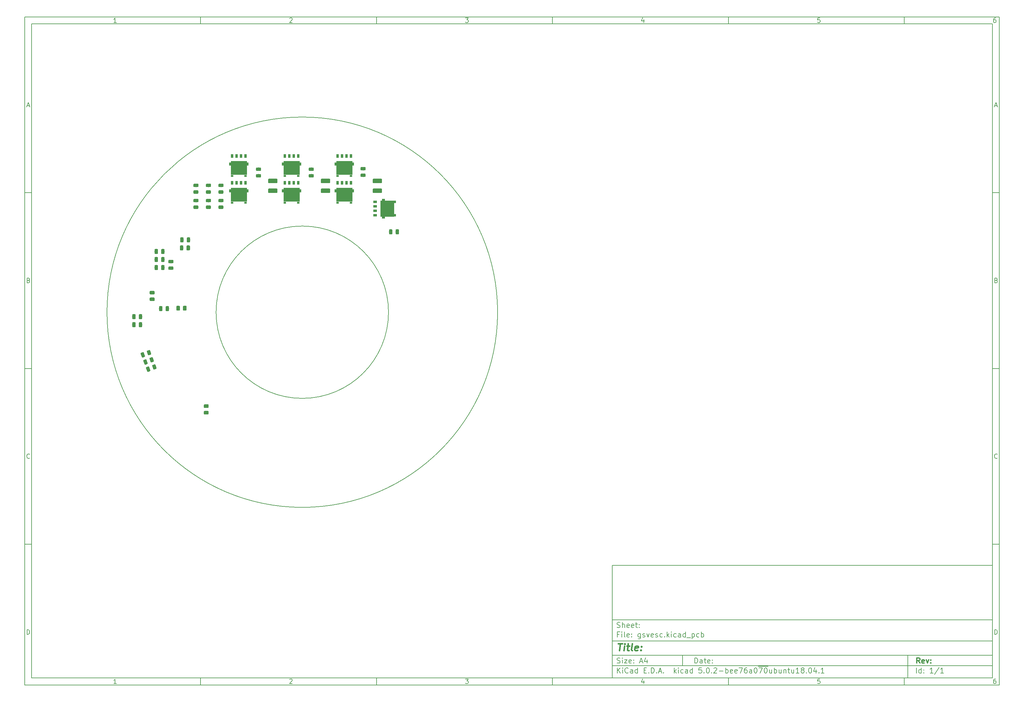
<source format=gbr>
G04 #@! TF.GenerationSoftware,KiCad,Pcbnew,5.0.2-bee76a0~70~ubuntu18.04.1*
G04 #@! TF.CreationDate,2019-01-04T10:38:41+01:00*
G04 #@! TF.ProjectId,gsvesc,67737665-7363-42e6-9b69-6361645f7063,rev?*
G04 #@! TF.SameCoordinates,Original*
G04 #@! TF.FileFunction,Paste,Bot*
G04 #@! TF.FilePolarity,Positive*
%FSLAX45Y45*%
G04 Gerber Fmt 4.5, Leading zero omitted, Abs format (unit mm)*
G04 Created by KiCad (PCBNEW 5.0.2-bee76a0~70~ubuntu18.04.1) date Fr 04 Jan 2019 10:38:41 CET*
%MOMM*%
%LPD*%
G01*
G04 APERTURE LIST*
%ADD10C,0.100000*%
%ADD11C,0.150000*%
%ADD12C,0.300000*%
%ADD13C,0.400000*%
%ADD14C,0.200000*%
%ADD15C,0.975000*%
%ADD16C,1.250000*%
%ADD17R,0.905000X0.495000*%
%ADD18R,0.575000X0.750000*%
%ADD19R,3.955000X4.560000*%
%ADD20R,1.000000X0.750000*%
%ADD21R,0.495000X0.905000*%
%ADD22R,0.750000X0.575000*%
%ADD23R,4.560000X3.955000*%
%ADD24R,0.750000X1.000000*%
G04 APERTURE END LIST*
D10*
D11*
X17700220Y-16600720D02*
X17700220Y-19800720D01*
X28500220Y-19800720D01*
X28500220Y-16600720D01*
X17700220Y-16600720D01*
D10*
D11*
X1000000Y-1000000D02*
X1000000Y-20000720D01*
X28700220Y-20000720D01*
X28700220Y-1000000D01*
X1000000Y-1000000D01*
D10*
D11*
X1200000Y-1200000D02*
X1200000Y-19800720D01*
X28500220Y-19800720D01*
X28500220Y-1200000D01*
X1200000Y-1200000D01*
D10*
D11*
X6000000Y-1200000D02*
X6000000Y-1000000D01*
D10*
D11*
X11000000Y-1200000D02*
X11000000Y-1000000D01*
D10*
D11*
X16000000Y-1200000D02*
X16000000Y-1000000D01*
D10*
D11*
X21000000Y-1200000D02*
X21000000Y-1000000D01*
D10*
D11*
X26000000Y-1200000D02*
X26000000Y-1000000D01*
D10*
D11*
X3606548Y-1158810D02*
X3532262Y-1158810D01*
X3569405Y-1158810D02*
X3569405Y-1028809D01*
X3557024Y-1047381D01*
X3544643Y-1059762D01*
X3532262Y-1065952D01*
D10*
D11*
X8532262Y-1041190D02*
X8538452Y-1035000D01*
X8550833Y-1028809D01*
X8581786Y-1028809D01*
X8594167Y-1035000D01*
X8600357Y-1041190D01*
X8606548Y-1053571D01*
X8606548Y-1065952D01*
X8600357Y-1084524D01*
X8526071Y-1158810D01*
X8606548Y-1158810D01*
D10*
D11*
X13526071Y-1028809D02*
X13606548Y-1028809D01*
X13563214Y-1078333D01*
X13581786Y-1078333D01*
X13594167Y-1084524D01*
X13600357Y-1090714D01*
X13606548Y-1103095D01*
X13606548Y-1134048D01*
X13600357Y-1146429D01*
X13594167Y-1152619D01*
X13581786Y-1158810D01*
X13544643Y-1158810D01*
X13532262Y-1152619D01*
X13526071Y-1146429D01*
D10*
D11*
X18594167Y-1072143D02*
X18594167Y-1158810D01*
X18563214Y-1022619D02*
X18532262Y-1115476D01*
X18612738Y-1115476D01*
D10*
D11*
X23600357Y-1028809D02*
X23538452Y-1028809D01*
X23532262Y-1090714D01*
X23538452Y-1084524D01*
X23550833Y-1078333D01*
X23581786Y-1078333D01*
X23594167Y-1084524D01*
X23600357Y-1090714D01*
X23606548Y-1103095D01*
X23606548Y-1134048D01*
X23600357Y-1146429D01*
X23594167Y-1152619D01*
X23581786Y-1158810D01*
X23550833Y-1158810D01*
X23538452Y-1152619D01*
X23532262Y-1146429D01*
D10*
D11*
X28594167Y-1028809D02*
X28569405Y-1028809D01*
X28557024Y-1035000D01*
X28550833Y-1041190D01*
X28538452Y-1059762D01*
X28532262Y-1084524D01*
X28532262Y-1134048D01*
X28538452Y-1146429D01*
X28544643Y-1152619D01*
X28557024Y-1158810D01*
X28581786Y-1158810D01*
X28594167Y-1152619D01*
X28600357Y-1146429D01*
X28606548Y-1134048D01*
X28606548Y-1103095D01*
X28600357Y-1090714D01*
X28594167Y-1084524D01*
X28581786Y-1078333D01*
X28557024Y-1078333D01*
X28544643Y-1084524D01*
X28538452Y-1090714D01*
X28532262Y-1103095D01*
D10*
D11*
X6000000Y-19800720D02*
X6000000Y-20000720D01*
D10*
D11*
X11000000Y-19800720D02*
X11000000Y-20000720D01*
D10*
D11*
X16000000Y-19800720D02*
X16000000Y-20000720D01*
D10*
D11*
X21000000Y-19800720D02*
X21000000Y-20000720D01*
D10*
D11*
X26000000Y-19800720D02*
X26000000Y-20000720D01*
D10*
D11*
X3606548Y-19959530D02*
X3532262Y-19959530D01*
X3569405Y-19959530D02*
X3569405Y-19829530D01*
X3557024Y-19848101D01*
X3544643Y-19860482D01*
X3532262Y-19866672D01*
D10*
D11*
X8532262Y-19841910D02*
X8538452Y-19835720D01*
X8550833Y-19829530D01*
X8581786Y-19829530D01*
X8594167Y-19835720D01*
X8600357Y-19841910D01*
X8606548Y-19854291D01*
X8606548Y-19866672D01*
X8600357Y-19885244D01*
X8526071Y-19959530D01*
X8606548Y-19959530D01*
D10*
D11*
X13526071Y-19829530D02*
X13606548Y-19829530D01*
X13563214Y-19879053D01*
X13581786Y-19879053D01*
X13594167Y-19885244D01*
X13600357Y-19891434D01*
X13606548Y-19903815D01*
X13606548Y-19934768D01*
X13600357Y-19947149D01*
X13594167Y-19953339D01*
X13581786Y-19959530D01*
X13544643Y-19959530D01*
X13532262Y-19953339D01*
X13526071Y-19947149D01*
D10*
D11*
X18594167Y-19872863D02*
X18594167Y-19959530D01*
X18563214Y-19823339D02*
X18532262Y-19916196D01*
X18612738Y-19916196D01*
D10*
D11*
X23600357Y-19829530D02*
X23538452Y-19829530D01*
X23532262Y-19891434D01*
X23538452Y-19885244D01*
X23550833Y-19879053D01*
X23581786Y-19879053D01*
X23594167Y-19885244D01*
X23600357Y-19891434D01*
X23606548Y-19903815D01*
X23606548Y-19934768D01*
X23600357Y-19947149D01*
X23594167Y-19953339D01*
X23581786Y-19959530D01*
X23550833Y-19959530D01*
X23538452Y-19953339D01*
X23532262Y-19947149D01*
D10*
D11*
X28594167Y-19829530D02*
X28569405Y-19829530D01*
X28557024Y-19835720D01*
X28550833Y-19841910D01*
X28538452Y-19860482D01*
X28532262Y-19885244D01*
X28532262Y-19934768D01*
X28538452Y-19947149D01*
X28544643Y-19953339D01*
X28557024Y-19959530D01*
X28581786Y-19959530D01*
X28594167Y-19953339D01*
X28600357Y-19947149D01*
X28606548Y-19934768D01*
X28606548Y-19903815D01*
X28600357Y-19891434D01*
X28594167Y-19885244D01*
X28581786Y-19879053D01*
X28557024Y-19879053D01*
X28544643Y-19885244D01*
X28538452Y-19891434D01*
X28532262Y-19903815D01*
D10*
D11*
X1000000Y-6000000D02*
X1200000Y-6000000D01*
D10*
D11*
X1000000Y-11000000D02*
X1200000Y-11000000D01*
D10*
D11*
X1000000Y-16000000D02*
X1200000Y-16000000D01*
D10*
D11*
X1069048Y-3521667D02*
X1130952Y-3521667D01*
X1056667Y-3558809D02*
X1100000Y-3428809D01*
X1143333Y-3558809D01*
D10*
D11*
X1109286Y-8490714D02*
X1127857Y-8496905D01*
X1134048Y-8503095D01*
X1140238Y-8515476D01*
X1140238Y-8534048D01*
X1134048Y-8546429D01*
X1127857Y-8552619D01*
X1115476Y-8558810D01*
X1065952Y-8558810D01*
X1065952Y-8428810D01*
X1109286Y-8428810D01*
X1121667Y-8435000D01*
X1127857Y-8441190D01*
X1134048Y-8453571D01*
X1134048Y-8465952D01*
X1127857Y-8478333D01*
X1121667Y-8484524D01*
X1109286Y-8490714D01*
X1065952Y-8490714D01*
D10*
D11*
X1140238Y-13546428D02*
X1134048Y-13552619D01*
X1115476Y-13558809D01*
X1103095Y-13558809D01*
X1084524Y-13552619D01*
X1072143Y-13540238D01*
X1065952Y-13527857D01*
X1059762Y-13503095D01*
X1059762Y-13484524D01*
X1065952Y-13459762D01*
X1072143Y-13447381D01*
X1084524Y-13435000D01*
X1103095Y-13428809D01*
X1115476Y-13428809D01*
X1134048Y-13435000D01*
X1140238Y-13441190D01*
D10*
D11*
X1065952Y-18558810D02*
X1065952Y-18428810D01*
X1096905Y-18428810D01*
X1115476Y-18435000D01*
X1127857Y-18447381D01*
X1134048Y-18459762D01*
X1140238Y-18484524D01*
X1140238Y-18503095D01*
X1134048Y-18527857D01*
X1127857Y-18540238D01*
X1115476Y-18552619D01*
X1096905Y-18558810D01*
X1065952Y-18558810D01*
D10*
D11*
X28700220Y-6000000D02*
X28500220Y-6000000D01*
D10*
D11*
X28700220Y-11000000D02*
X28500220Y-11000000D01*
D10*
D11*
X28700220Y-16000000D02*
X28500220Y-16000000D01*
D10*
D11*
X28569268Y-3521667D02*
X28631172Y-3521667D01*
X28556887Y-3558809D02*
X28600220Y-3428809D01*
X28643553Y-3558809D01*
D10*
D11*
X28609506Y-8490714D02*
X28628077Y-8496905D01*
X28634268Y-8503095D01*
X28640458Y-8515476D01*
X28640458Y-8534048D01*
X28634268Y-8546429D01*
X28628077Y-8552619D01*
X28615696Y-8558810D01*
X28566172Y-8558810D01*
X28566172Y-8428810D01*
X28609506Y-8428810D01*
X28621887Y-8435000D01*
X28628077Y-8441190D01*
X28634268Y-8453571D01*
X28634268Y-8465952D01*
X28628077Y-8478333D01*
X28621887Y-8484524D01*
X28609506Y-8490714D01*
X28566172Y-8490714D01*
D10*
D11*
X28640458Y-13546428D02*
X28634268Y-13552619D01*
X28615696Y-13558809D01*
X28603315Y-13558809D01*
X28584744Y-13552619D01*
X28572363Y-13540238D01*
X28566172Y-13527857D01*
X28559982Y-13503095D01*
X28559982Y-13484524D01*
X28566172Y-13459762D01*
X28572363Y-13447381D01*
X28584744Y-13435000D01*
X28603315Y-13428809D01*
X28615696Y-13428809D01*
X28634268Y-13435000D01*
X28640458Y-13441190D01*
D10*
D11*
X28566172Y-18558810D02*
X28566172Y-18428810D01*
X28597125Y-18428810D01*
X28615696Y-18435000D01*
X28628077Y-18447381D01*
X28634268Y-18459762D01*
X28640458Y-18484524D01*
X28640458Y-18503095D01*
X28634268Y-18527857D01*
X28628077Y-18540238D01*
X28615696Y-18552619D01*
X28597125Y-18558810D01*
X28566172Y-18558810D01*
D10*
D11*
X20043434Y-19378577D02*
X20043434Y-19228577D01*
X20079149Y-19228577D01*
X20100577Y-19235720D01*
X20114863Y-19250006D01*
X20122006Y-19264291D01*
X20129149Y-19292863D01*
X20129149Y-19314291D01*
X20122006Y-19342863D01*
X20114863Y-19357149D01*
X20100577Y-19371434D01*
X20079149Y-19378577D01*
X20043434Y-19378577D01*
X20257720Y-19378577D02*
X20257720Y-19300006D01*
X20250577Y-19285720D01*
X20236291Y-19278577D01*
X20207720Y-19278577D01*
X20193434Y-19285720D01*
X20257720Y-19371434D02*
X20243434Y-19378577D01*
X20207720Y-19378577D01*
X20193434Y-19371434D01*
X20186291Y-19357149D01*
X20186291Y-19342863D01*
X20193434Y-19328577D01*
X20207720Y-19321434D01*
X20243434Y-19321434D01*
X20257720Y-19314291D01*
X20307720Y-19278577D02*
X20364863Y-19278577D01*
X20329149Y-19228577D02*
X20329149Y-19357149D01*
X20336291Y-19371434D01*
X20350577Y-19378577D01*
X20364863Y-19378577D01*
X20472006Y-19371434D02*
X20457720Y-19378577D01*
X20429149Y-19378577D01*
X20414863Y-19371434D01*
X20407720Y-19357149D01*
X20407720Y-19300006D01*
X20414863Y-19285720D01*
X20429149Y-19278577D01*
X20457720Y-19278577D01*
X20472006Y-19285720D01*
X20479149Y-19300006D01*
X20479149Y-19314291D01*
X20407720Y-19328577D01*
X20543434Y-19364291D02*
X20550577Y-19371434D01*
X20543434Y-19378577D01*
X20536291Y-19371434D01*
X20543434Y-19364291D01*
X20543434Y-19378577D01*
X20543434Y-19285720D02*
X20550577Y-19292863D01*
X20543434Y-19300006D01*
X20536291Y-19292863D01*
X20543434Y-19285720D01*
X20543434Y-19300006D01*
D10*
D11*
X17700220Y-19450720D02*
X28500220Y-19450720D01*
D10*
D11*
X17843434Y-19658577D02*
X17843434Y-19508577D01*
X17929149Y-19658577D02*
X17864863Y-19572863D01*
X17929149Y-19508577D02*
X17843434Y-19594291D01*
X17993434Y-19658577D02*
X17993434Y-19558577D01*
X17993434Y-19508577D02*
X17986291Y-19515720D01*
X17993434Y-19522863D01*
X18000577Y-19515720D01*
X17993434Y-19508577D01*
X17993434Y-19522863D01*
X18150577Y-19644291D02*
X18143434Y-19651434D01*
X18122006Y-19658577D01*
X18107720Y-19658577D01*
X18086291Y-19651434D01*
X18072006Y-19637149D01*
X18064863Y-19622863D01*
X18057720Y-19594291D01*
X18057720Y-19572863D01*
X18064863Y-19544291D01*
X18072006Y-19530006D01*
X18086291Y-19515720D01*
X18107720Y-19508577D01*
X18122006Y-19508577D01*
X18143434Y-19515720D01*
X18150577Y-19522863D01*
X18279149Y-19658577D02*
X18279149Y-19580006D01*
X18272006Y-19565720D01*
X18257720Y-19558577D01*
X18229149Y-19558577D01*
X18214863Y-19565720D01*
X18279149Y-19651434D02*
X18264863Y-19658577D01*
X18229149Y-19658577D01*
X18214863Y-19651434D01*
X18207720Y-19637149D01*
X18207720Y-19622863D01*
X18214863Y-19608577D01*
X18229149Y-19601434D01*
X18264863Y-19601434D01*
X18279149Y-19594291D01*
X18414863Y-19658577D02*
X18414863Y-19508577D01*
X18414863Y-19651434D02*
X18400577Y-19658577D01*
X18372006Y-19658577D01*
X18357720Y-19651434D01*
X18350577Y-19644291D01*
X18343434Y-19630006D01*
X18343434Y-19587149D01*
X18350577Y-19572863D01*
X18357720Y-19565720D01*
X18372006Y-19558577D01*
X18400577Y-19558577D01*
X18414863Y-19565720D01*
X18600577Y-19580006D02*
X18650577Y-19580006D01*
X18672006Y-19658577D02*
X18600577Y-19658577D01*
X18600577Y-19508577D01*
X18672006Y-19508577D01*
X18736291Y-19644291D02*
X18743434Y-19651434D01*
X18736291Y-19658577D01*
X18729149Y-19651434D01*
X18736291Y-19644291D01*
X18736291Y-19658577D01*
X18807720Y-19658577D02*
X18807720Y-19508577D01*
X18843434Y-19508577D01*
X18864863Y-19515720D01*
X18879149Y-19530006D01*
X18886291Y-19544291D01*
X18893434Y-19572863D01*
X18893434Y-19594291D01*
X18886291Y-19622863D01*
X18879149Y-19637149D01*
X18864863Y-19651434D01*
X18843434Y-19658577D01*
X18807720Y-19658577D01*
X18957720Y-19644291D02*
X18964863Y-19651434D01*
X18957720Y-19658577D01*
X18950577Y-19651434D01*
X18957720Y-19644291D01*
X18957720Y-19658577D01*
X19022006Y-19615720D02*
X19093434Y-19615720D01*
X19007720Y-19658577D02*
X19057720Y-19508577D01*
X19107720Y-19658577D01*
X19157720Y-19644291D02*
X19164863Y-19651434D01*
X19157720Y-19658577D01*
X19150577Y-19651434D01*
X19157720Y-19644291D01*
X19157720Y-19658577D01*
X19457720Y-19658577D02*
X19457720Y-19508577D01*
X19472006Y-19601434D02*
X19514863Y-19658577D01*
X19514863Y-19558577D02*
X19457720Y-19615720D01*
X19579149Y-19658577D02*
X19579149Y-19558577D01*
X19579149Y-19508577D02*
X19572006Y-19515720D01*
X19579149Y-19522863D01*
X19586291Y-19515720D01*
X19579149Y-19508577D01*
X19579149Y-19522863D01*
X19714863Y-19651434D02*
X19700577Y-19658577D01*
X19672006Y-19658577D01*
X19657720Y-19651434D01*
X19650577Y-19644291D01*
X19643434Y-19630006D01*
X19643434Y-19587149D01*
X19650577Y-19572863D01*
X19657720Y-19565720D01*
X19672006Y-19558577D01*
X19700577Y-19558577D01*
X19714863Y-19565720D01*
X19843434Y-19658577D02*
X19843434Y-19580006D01*
X19836291Y-19565720D01*
X19822006Y-19558577D01*
X19793434Y-19558577D01*
X19779149Y-19565720D01*
X19843434Y-19651434D02*
X19829149Y-19658577D01*
X19793434Y-19658577D01*
X19779149Y-19651434D01*
X19772006Y-19637149D01*
X19772006Y-19622863D01*
X19779149Y-19608577D01*
X19793434Y-19601434D01*
X19829149Y-19601434D01*
X19843434Y-19594291D01*
X19979149Y-19658577D02*
X19979149Y-19508577D01*
X19979149Y-19651434D02*
X19964863Y-19658577D01*
X19936291Y-19658577D01*
X19922006Y-19651434D01*
X19914863Y-19644291D01*
X19907720Y-19630006D01*
X19907720Y-19587149D01*
X19914863Y-19572863D01*
X19922006Y-19565720D01*
X19936291Y-19558577D01*
X19964863Y-19558577D01*
X19979149Y-19565720D01*
X20236291Y-19508577D02*
X20164863Y-19508577D01*
X20157720Y-19580006D01*
X20164863Y-19572863D01*
X20179149Y-19565720D01*
X20214863Y-19565720D01*
X20229149Y-19572863D01*
X20236291Y-19580006D01*
X20243434Y-19594291D01*
X20243434Y-19630006D01*
X20236291Y-19644291D01*
X20229149Y-19651434D01*
X20214863Y-19658577D01*
X20179149Y-19658577D01*
X20164863Y-19651434D01*
X20157720Y-19644291D01*
X20307720Y-19644291D02*
X20314863Y-19651434D01*
X20307720Y-19658577D01*
X20300577Y-19651434D01*
X20307720Y-19644291D01*
X20307720Y-19658577D01*
X20407720Y-19508577D02*
X20422006Y-19508577D01*
X20436291Y-19515720D01*
X20443434Y-19522863D01*
X20450577Y-19537149D01*
X20457720Y-19565720D01*
X20457720Y-19601434D01*
X20450577Y-19630006D01*
X20443434Y-19644291D01*
X20436291Y-19651434D01*
X20422006Y-19658577D01*
X20407720Y-19658577D01*
X20393434Y-19651434D01*
X20386291Y-19644291D01*
X20379149Y-19630006D01*
X20372006Y-19601434D01*
X20372006Y-19565720D01*
X20379149Y-19537149D01*
X20386291Y-19522863D01*
X20393434Y-19515720D01*
X20407720Y-19508577D01*
X20522006Y-19644291D02*
X20529149Y-19651434D01*
X20522006Y-19658577D01*
X20514863Y-19651434D01*
X20522006Y-19644291D01*
X20522006Y-19658577D01*
X20586291Y-19522863D02*
X20593434Y-19515720D01*
X20607720Y-19508577D01*
X20643434Y-19508577D01*
X20657720Y-19515720D01*
X20664863Y-19522863D01*
X20672006Y-19537149D01*
X20672006Y-19551434D01*
X20664863Y-19572863D01*
X20579149Y-19658577D01*
X20672006Y-19658577D01*
X20736291Y-19601434D02*
X20850577Y-19601434D01*
X20922006Y-19658577D02*
X20922006Y-19508577D01*
X20922006Y-19565720D02*
X20936291Y-19558577D01*
X20964863Y-19558577D01*
X20979149Y-19565720D01*
X20986291Y-19572863D01*
X20993434Y-19587149D01*
X20993434Y-19630006D01*
X20986291Y-19644291D01*
X20979149Y-19651434D01*
X20964863Y-19658577D01*
X20936291Y-19658577D01*
X20922006Y-19651434D01*
X21114863Y-19651434D02*
X21100577Y-19658577D01*
X21072006Y-19658577D01*
X21057720Y-19651434D01*
X21050577Y-19637149D01*
X21050577Y-19580006D01*
X21057720Y-19565720D01*
X21072006Y-19558577D01*
X21100577Y-19558577D01*
X21114863Y-19565720D01*
X21122006Y-19580006D01*
X21122006Y-19594291D01*
X21050577Y-19608577D01*
X21243434Y-19651434D02*
X21229149Y-19658577D01*
X21200577Y-19658577D01*
X21186291Y-19651434D01*
X21179149Y-19637149D01*
X21179149Y-19580006D01*
X21186291Y-19565720D01*
X21200577Y-19558577D01*
X21229149Y-19558577D01*
X21243434Y-19565720D01*
X21250577Y-19580006D01*
X21250577Y-19594291D01*
X21179149Y-19608577D01*
X21300577Y-19508577D02*
X21400577Y-19508577D01*
X21336291Y-19658577D01*
X21522006Y-19508577D02*
X21493434Y-19508577D01*
X21479149Y-19515720D01*
X21472006Y-19522863D01*
X21457720Y-19544291D01*
X21450577Y-19572863D01*
X21450577Y-19630006D01*
X21457720Y-19644291D01*
X21464863Y-19651434D01*
X21479149Y-19658577D01*
X21507720Y-19658577D01*
X21522006Y-19651434D01*
X21529149Y-19644291D01*
X21536291Y-19630006D01*
X21536291Y-19594291D01*
X21529149Y-19580006D01*
X21522006Y-19572863D01*
X21507720Y-19565720D01*
X21479149Y-19565720D01*
X21464863Y-19572863D01*
X21457720Y-19580006D01*
X21450577Y-19594291D01*
X21664863Y-19658577D02*
X21664863Y-19580006D01*
X21657720Y-19565720D01*
X21643434Y-19558577D01*
X21614863Y-19558577D01*
X21600577Y-19565720D01*
X21664863Y-19651434D02*
X21650577Y-19658577D01*
X21614863Y-19658577D01*
X21600577Y-19651434D01*
X21593434Y-19637149D01*
X21593434Y-19622863D01*
X21600577Y-19608577D01*
X21614863Y-19601434D01*
X21650577Y-19601434D01*
X21664863Y-19594291D01*
X21764863Y-19508577D02*
X21779149Y-19508577D01*
X21793434Y-19515720D01*
X21800577Y-19522863D01*
X21807720Y-19537149D01*
X21814863Y-19565720D01*
X21814863Y-19601434D01*
X21807720Y-19630006D01*
X21800577Y-19644291D01*
X21793434Y-19651434D01*
X21779149Y-19658577D01*
X21764863Y-19658577D01*
X21750577Y-19651434D01*
X21743434Y-19644291D01*
X21736291Y-19630006D01*
X21729149Y-19601434D01*
X21729149Y-19565720D01*
X21736291Y-19537149D01*
X21743434Y-19522863D01*
X21750577Y-19515720D01*
X21764863Y-19508577D01*
X21843434Y-19467720D02*
X21986291Y-19467720D01*
X21864863Y-19508577D02*
X21964863Y-19508577D01*
X21900577Y-19658577D01*
X21986291Y-19467720D02*
X22129149Y-19467720D01*
X22050577Y-19508577D02*
X22064863Y-19508577D01*
X22079149Y-19515720D01*
X22086291Y-19522863D01*
X22093434Y-19537149D01*
X22100577Y-19565720D01*
X22100577Y-19601434D01*
X22093434Y-19630006D01*
X22086291Y-19644291D01*
X22079149Y-19651434D01*
X22064863Y-19658577D01*
X22050577Y-19658577D01*
X22036291Y-19651434D01*
X22029149Y-19644291D01*
X22022006Y-19630006D01*
X22014863Y-19601434D01*
X22014863Y-19565720D01*
X22022006Y-19537149D01*
X22029149Y-19522863D01*
X22036291Y-19515720D01*
X22050577Y-19508577D01*
X22229149Y-19558577D02*
X22229149Y-19658577D01*
X22164863Y-19558577D02*
X22164863Y-19637149D01*
X22172006Y-19651434D01*
X22186291Y-19658577D01*
X22207720Y-19658577D01*
X22222006Y-19651434D01*
X22229149Y-19644291D01*
X22300577Y-19658577D02*
X22300577Y-19508577D01*
X22300577Y-19565720D02*
X22314863Y-19558577D01*
X22343434Y-19558577D01*
X22357720Y-19565720D01*
X22364863Y-19572863D01*
X22372006Y-19587149D01*
X22372006Y-19630006D01*
X22364863Y-19644291D01*
X22357720Y-19651434D01*
X22343434Y-19658577D01*
X22314863Y-19658577D01*
X22300577Y-19651434D01*
X22500577Y-19558577D02*
X22500577Y-19658577D01*
X22436291Y-19558577D02*
X22436291Y-19637149D01*
X22443434Y-19651434D01*
X22457720Y-19658577D01*
X22479148Y-19658577D01*
X22493434Y-19651434D01*
X22500577Y-19644291D01*
X22572006Y-19558577D02*
X22572006Y-19658577D01*
X22572006Y-19572863D02*
X22579148Y-19565720D01*
X22593434Y-19558577D01*
X22614863Y-19558577D01*
X22629148Y-19565720D01*
X22636291Y-19580006D01*
X22636291Y-19658577D01*
X22686291Y-19558577D02*
X22743434Y-19558577D01*
X22707720Y-19508577D02*
X22707720Y-19637149D01*
X22714863Y-19651434D01*
X22729148Y-19658577D01*
X22743434Y-19658577D01*
X22857720Y-19558577D02*
X22857720Y-19658577D01*
X22793434Y-19558577D02*
X22793434Y-19637149D01*
X22800577Y-19651434D01*
X22814863Y-19658577D01*
X22836291Y-19658577D01*
X22850577Y-19651434D01*
X22857720Y-19644291D01*
X23007720Y-19658577D02*
X22922006Y-19658577D01*
X22964863Y-19658577D02*
X22964863Y-19508577D01*
X22950577Y-19530006D01*
X22936291Y-19544291D01*
X22922006Y-19551434D01*
X23093434Y-19572863D02*
X23079148Y-19565720D01*
X23072006Y-19558577D01*
X23064863Y-19544291D01*
X23064863Y-19537149D01*
X23072006Y-19522863D01*
X23079148Y-19515720D01*
X23093434Y-19508577D01*
X23122006Y-19508577D01*
X23136291Y-19515720D01*
X23143434Y-19522863D01*
X23150577Y-19537149D01*
X23150577Y-19544291D01*
X23143434Y-19558577D01*
X23136291Y-19565720D01*
X23122006Y-19572863D01*
X23093434Y-19572863D01*
X23079148Y-19580006D01*
X23072006Y-19587149D01*
X23064863Y-19601434D01*
X23064863Y-19630006D01*
X23072006Y-19644291D01*
X23079148Y-19651434D01*
X23093434Y-19658577D01*
X23122006Y-19658577D01*
X23136291Y-19651434D01*
X23143434Y-19644291D01*
X23150577Y-19630006D01*
X23150577Y-19601434D01*
X23143434Y-19587149D01*
X23136291Y-19580006D01*
X23122006Y-19572863D01*
X23214863Y-19644291D02*
X23222006Y-19651434D01*
X23214863Y-19658577D01*
X23207720Y-19651434D01*
X23214863Y-19644291D01*
X23214863Y-19658577D01*
X23314863Y-19508577D02*
X23329148Y-19508577D01*
X23343434Y-19515720D01*
X23350577Y-19522863D01*
X23357720Y-19537149D01*
X23364863Y-19565720D01*
X23364863Y-19601434D01*
X23357720Y-19630006D01*
X23350577Y-19644291D01*
X23343434Y-19651434D01*
X23329148Y-19658577D01*
X23314863Y-19658577D01*
X23300577Y-19651434D01*
X23293434Y-19644291D01*
X23286291Y-19630006D01*
X23279148Y-19601434D01*
X23279148Y-19565720D01*
X23286291Y-19537149D01*
X23293434Y-19522863D01*
X23300577Y-19515720D01*
X23314863Y-19508577D01*
X23493434Y-19558577D02*
X23493434Y-19658577D01*
X23457720Y-19501434D02*
X23422006Y-19608577D01*
X23514863Y-19608577D01*
X23572006Y-19644291D02*
X23579148Y-19651434D01*
X23572006Y-19658577D01*
X23564863Y-19651434D01*
X23572006Y-19644291D01*
X23572006Y-19658577D01*
X23722006Y-19658577D02*
X23636291Y-19658577D01*
X23679148Y-19658577D02*
X23679148Y-19508577D01*
X23664863Y-19530006D01*
X23650577Y-19544291D01*
X23636291Y-19551434D01*
D10*
D11*
X17700220Y-19150720D02*
X28500220Y-19150720D01*
D10*
D12*
X26441148Y-19378577D02*
X26391148Y-19307149D01*
X26355434Y-19378577D02*
X26355434Y-19228577D01*
X26412577Y-19228577D01*
X26426863Y-19235720D01*
X26434006Y-19242863D01*
X26441148Y-19257149D01*
X26441148Y-19278577D01*
X26434006Y-19292863D01*
X26426863Y-19300006D01*
X26412577Y-19307149D01*
X26355434Y-19307149D01*
X26562577Y-19371434D02*
X26548291Y-19378577D01*
X26519720Y-19378577D01*
X26505434Y-19371434D01*
X26498291Y-19357149D01*
X26498291Y-19300006D01*
X26505434Y-19285720D01*
X26519720Y-19278577D01*
X26548291Y-19278577D01*
X26562577Y-19285720D01*
X26569720Y-19300006D01*
X26569720Y-19314291D01*
X26498291Y-19328577D01*
X26619720Y-19278577D02*
X26655434Y-19378577D01*
X26691148Y-19278577D01*
X26748291Y-19364291D02*
X26755434Y-19371434D01*
X26748291Y-19378577D01*
X26741148Y-19371434D01*
X26748291Y-19364291D01*
X26748291Y-19378577D01*
X26748291Y-19285720D02*
X26755434Y-19292863D01*
X26748291Y-19300006D01*
X26741148Y-19292863D01*
X26748291Y-19285720D01*
X26748291Y-19300006D01*
D10*
D11*
X17836291Y-19371434D02*
X17857720Y-19378577D01*
X17893434Y-19378577D01*
X17907720Y-19371434D01*
X17914863Y-19364291D01*
X17922006Y-19350006D01*
X17922006Y-19335720D01*
X17914863Y-19321434D01*
X17907720Y-19314291D01*
X17893434Y-19307149D01*
X17864863Y-19300006D01*
X17850577Y-19292863D01*
X17843434Y-19285720D01*
X17836291Y-19271434D01*
X17836291Y-19257149D01*
X17843434Y-19242863D01*
X17850577Y-19235720D01*
X17864863Y-19228577D01*
X17900577Y-19228577D01*
X17922006Y-19235720D01*
X17986291Y-19378577D02*
X17986291Y-19278577D01*
X17986291Y-19228577D02*
X17979149Y-19235720D01*
X17986291Y-19242863D01*
X17993434Y-19235720D01*
X17986291Y-19228577D01*
X17986291Y-19242863D01*
X18043434Y-19278577D02*
X18122006Y-19278577D01*
X18043434Y-19378577D01*
X18122006Y-19378577D01*
X18236291Y-19371434D02*
X18222006Y-19378577D01*
X18193434Y-19378577D01*
X18179149Y-19371434D01*
X18172006Y-19357149D01*
X18172006Y-19300006D01*
X18179149Y-19285720D01*
X18193434Y-19278577D01*
X18222006Y-19278577D01*
X18236291Y-19285720D01*
X18243434Y-19300006D01*
X18243434Y-19314291D01*
X18172006Y-19328577D01*
X18307720Y-19364291D02*
X18314863Y-19371434D01*
X18307720Y-19378577D01*
X18300577Y-19371434D01*
X18307720Y-19364291D01*
X18307720Y-19378577D01*
X18307720Y-19285720D02*
X18314863Y-19292863D01*
X18307720Y-19300006D01*
X18300577Y-19292863D01*
X18307720Y-19285720D01*
X18307720Y-19300006D01*
X18486291Y-19335720D02*
X18557720Y-19335720D01*
X18472006Y-19378577D02*
X18522006Y-19228577D01*
X18572006Y-19378577D01*
X18686291Y-19278577D02*
X18686291Y-19378577D01*
X18650577Y-19221434D02*
X18614863Y-19328577D01*
X18707720Y-19328577D01*
D10*
D11*
X26343434Y-19658577D02*
X26343434Y-19508577D01*
X26479148Y-19658577D02*
X26479148Y-19508577D01*
X26479148Y-19651434D02*
X26464863Y-19658577D01*
X26436291Y-19658577D01*
X26422006Y-19651434D01*
X26414863Y-19644291D01*
X26407720Y-19630006D01*
X26407720Y-19587149D01*
X26414863Y-19572863D01*
X26422006Y-19565720D01*
X26436291Y-19558577D01*
X26464863Y-19558577D01*
X26479148Y-19565720D01*
X26550577Y-19644291D02*
X26557720Y-19651434D01*
X26550577Y-19658577D01*
X26543434Y-19651434D01*
X26550577Y-19644291D01*
X26550577Y-19658577D01*
X26550577Y-19565720D02*
X26557720Y-19572863D01*
X26550577Y-19580006D01*
X26543434Y-19572863D01*
X26550577Y-19565720D01*
X26550577Y-19580006D01*
X26814863Y-19658577D02*
X26729148Y-19658577D01*
X26772006Y-19658577D02*
X26772006Y-19508577D01*
X26757720Y-19530006D01*
X26743434Y-19544291D01*
X26729148Y-19551434D01*
X26986291Y-19501434D02*
X26857720Y-19694291D01*
X27114863Y-19658577D02*
X27029148Y-19658577D01*
X27072006Y-19658577D02*
X27072006Y-19508577D01*
X27057720Y-19530006D01*
X27043434Y-19544291D01*
X27029148Y-19551434D01*
D10*
D11*
X17700220Y-18750720D02*
X28500220Y-18750720D01*
D10*
D13*
X17871458Y-18821196D02*
X17985744Y-18821196D01*
X17903601Y-19021196D02*
X17928601Y-18821196D01*
X18027410Y-19021196D02*
X18044077Y-18887863D01*
X18052410Y-18821196D02*
X18041696Y-18830720D01*
X18050030Y-18840244D01*
X18060744Y-18830720D01*
X18052410Y-18821196D01*
X18050030Y-18840244D01*
X18110744Y-18887863D02*
X18186934Y-18887863D01*
X18147649Y-18821196D02*
X18126220Y-18992625D01*
X18133363Y-19011672D01*
X18151220Y-19021196D01*
X18170268Y-19021196D01*
X18265506Y-19021196D02*
X18247649Y-19011672D01*
X18240506Y-18992625D01*
X18261934Y-18821196D01*
X18419077Y-19011672D02*
X18398839Y-19021196D01*
X18360744Y-19021196D01*
X18342887Y-19011672D01*
X18335744Y-18992625D01*
X18345268Y-18916434D01*
X18357172Y-18897387D01*
X18377410Y-18887863D01*
X18415506Y-18887863D01*
X18433363Y-18897387D01*
X18440506Y-18916434D01*
X18438125Y-18935482D01*
X18340506Y-18954530D01*
X18515506Y-19002149D02*
X18523839Y-19011672D01*
X18513125Y-19021196D01*
X18504791Y-19011672D01*
X18515506Y-19002149D01*
X18513125Y-19021196D01*
X18528601Y-18897387D02*
X18536934Y-18906910D01*
X18526220Y-18916434D01*
X18517887Y-18906910D01*
X18528601Y-18897387D01*
X18526220Y-18916434D01*
D10*
D11*
X17893434Y-18560006D02*
X17843434Y-18560006D01*
X17843434Y-18638577D02*
X17843434Y-18488577D01*
X17914863Y-18488577D01*
X17972006Y-18638577D02*
X17972006Y-18538577D01*
X17972006Y-18488577D02*
X17964863Y-18495720D01*
X17972006Y-18502863D01*
X17979149Y-18495720D01*
X17972006Y-18488577D01*
X17972006Y-18502863D01*
X18064863Y-18638577D02*
X18050577Y-18631434D01*
X18043434Y-18617149D01*
X18043434Y-18488577D01*
X18179149Y-18631434D02*
X18164863Y-18638577D01*
X18136291Y-18638577D01*
X18122006Y-18631434D01*
X18114863Y-18617149D01*
X18114863Y-18560006D01*
X18122006Y-18545720D01*
X18136291Y-18538577D01*
X18164863Y-18538577D01*
X18179149Y-18545720D01*
X18186291Y-18560006D01*
X18186291Y-18574291D01*
X18114863Y-18588577D01*
X18250577Y-18624291D02*
X18257720Y-18631434D01*
X18250577Y-18638577D01*
X18243434Y-18631434D01*
X18250577Y-18624291D01*
X18250577Y-18638577D01*
X18250577Y-18545720D02*
X18257720Y-18552863D01*
X18250577Y-18560006D01*
X18243434Y-18552863D01*
X18250577Y-18545720D01*
X18250577Y-18560006D01*
X18500577Y-18538577D02*
X18500577Y-18660006D01*
X18493434Y-18674291D01*
X18486291Y-18681434D01*
X18472006Y-18688577D01*
X18450577Y-18688577D01*
X18436291Y-18681434D01*
X18500577Y-18631434D02*
X18486291Y-18638577D01*
X18457720Y-18638577D01*
X18443434Y-18631434D01*
X18436291Y-18624291D01*
X18429149Y-18610006D01*
X18429149Y-18567149D01*
X18436291Y-18552863D01*
X18443434Y-18545720D01*
X18457720Y-18538577D01*
X18486291Y-18538577D01*
X18500577Y-18545720D01*
X18564863Y-18631434D02*
X18579149Y-18638577D01*
X18607720Y-18638577D01*
X18622006Y-18631434D01*
X18629149Y-18617149D01*
X18629149Y-18610006D01*
X18622006Y-18595720D01*
X18607720Y-18588577D01*
X18586291Y-18588577D01*
X18572006Y-18581434D01*
X18564863Y-18567149D01*
X18564863Y-18560006D01*
X18572006Y-18545720D01*
X18586291Y-18538577D01*
X18607720Y-18538577D01*
X18622006Y-18545720D01*
X18679149Y-18538577D02*
X18714863Y-18638577D01*
X18750577Y-18538577D01*
X18864863Y-18631434D02*
X18850577Y-18638577D01*
X18822006Y-18638577D01*
X18807720Y-18631434D01*
X18800577Y-18617149D01*
X18800577Y-18560006D01*
X18807720Y-18545720D01*
X18822006Y-18538577D01*
X18850577Y-18538577D01*
X18864863Y-18545720D01*
X18872006Y-18560006D01*
X18872006Y-18574291D01*
X18800577Y-18588577D01*
X18929149Y-18631434D02*
X18943434Y-18638577D01*
X18972006Y-18638577D01*
X18986291Y-18631434D01*
X18993434Y-18617149D01*
X18993434Y-18610006D01*
X18986291Y-18595720D01*
X18972006Y-18588577D01*
X18950577Y-18588577D01*
X18936291Y-18581434D01*
X18929149Y-18567149D01*
X18929149Y-18560006D01*
X18936291Y-18545720D01*
X18950577Y-18538577D01*
X18972006Y-18538577D01*
X18986291Y-18545720D01*
X19122006Y-18631434D02*
X19107720Y-18638577D01*
X19079149Y-18638577D01*
X19064863Y-18631434D01*
X19057720Y-18624291D01*
X19050577Y-18610006D01*
X19050577Y-18567149D01*
X19057720Y-18552863D01*
X19064863Y-18545720D01*
X19079149Y-18538577D01*
X19107720Y-18538577D01*
X19122006Y-18545720D01*
X19186291Y-18624291D02*
X19193434Y-18631434D01*
X19186291Y-18638577D01*
X19179149Y-18631434D01*
X19186291Y-18624291D01*
X19186291Y-18638577D01*
X19257720Y-18638577D02*
X19257720Y-18488577D01*
X19272006Y-18581434D02*
X19314863Y-18638577D01*
X19314863Y-18538577D02*
X19257720Y-18595720D01*
X19379149Y-18638577D02*
X19379149Y-18538577D01*
X19379149Y-18488577D02*
X19372006Y-18495720D01*
X19379149Y-18502863D01*
X19386291Y-18495720D01*
X19379149Y-18488577D01*
X19379149Y-18502863D01*
X19514863Y-18631434D02*
X19500577Y-18638577D01*
X19472006Y-18638577D01*
X19457720Y-18631434D01*
X19450577Y-18624291D01*
X19443434Y-18610006D01*
X19443434Y-18567149D01*
X19450577Y-18552863D01*
X19457720Y-18545720D01*
X19472006Y-18538577D01*
X19500577Y-18538577D01*
X19514863Y-18545720D01*
X19643434Y-18638577D02*
X19643434Y-18560006D01*
X19636291Y-18545720D01*
X19622006Y-18538577D01*
X19593434Y-18538577D01*
X19579149Y-18545720D01*
X19643434Y-18631434D02*
X19629149Y-18638577D01*
X19593434Y-18638577D01*
X19579149Y-18631434D01*
X19572006Y-18617149D01*
X19572006Y-18602863D01*
X19579149Y-18588577D01*
X19593434Y-18581434D01*
X19629149Y-18581434D01*
X19643434Y-18574291D01*
X19779149Y-18638577D02*
X19779149Y-18488577D01*
X19779149Y-18631434D02*
X19764863Y-18638577D01*
X19736291Y-18638577D01*
X19722006Y-18631434D01*
X19714863Y-18624291D01*
X19707720Y-18610006D01*
X19707720Y-18567149D01*
X19714863Y-18552863D01*
X19722006Y-18545720D01*
X19736291Y-18538577D01*
X19764863Y-18538577D01*
X19779149Y-18545720D01*
X19814863Y-18652863D02*
X19929149Y-18652863D01*
X19964863Y-18538577D02*
X19964863Y-18688577D01*
X19964863Y-18545720D02*
X19979149Y-18538577D01*
X20007720Y-18538577D01*
X20022006Y-18545720D01*
X20029149Y-18552863D01*
X20036291Y-18567149D01*
X20036291Y-18610006D01*
X20029149Y-18624291D01*
X20022006Y-18631434D01*
X20007720Y-18638577D01*
X19979149Y-18638577D01*
X19964863Y-18631434D01*
X20164863Y-18631434D02*
X20150577Y-18638577D01*
X20122006Y-18638577D01*
X20107720Y-18631434D01*
X20100577Y-18624291D01*
X20093434Y-18610006D01*
X20093434Y-18567149D01*
X20100577Y-18552863D01*
X20107720Y-18545720D01*
X20122006Y-18538577D01*
X20150577Y-18538577D01*
X20164863Y-18545720D01*
X20229149Y-18638577D02*
X20229149Y-18488577D01*
X20229149Y-18545720D02*
X20243434Y-18538577D01*
X20272006Y-18538577D01*
X20286291Y-18545720D01*
X20293434Y-18552863D01*
X20300577Y-18567149D01*
X20300577Y-18610006D01*
X20293434Y-18624291D01*
X20286291Y-18631434D01*
X20272006Y-18638577D01*
X20243434Y-18638577D01*
X20229149Y-18631434D01*
D10*
D11*
X17700220Y-18150720D02*
X28500220Y-18150720D01*
D10*
D11*
X17836291Y-18361434D02*
X17857720Y-18368577D01*
X17893434Y-18368577D01*
X17907720Y-18361434D01*
X17914863Y-18354291D01*
X17922006Y-18340006D01*
X17922006Y-18325720D01*
X17914863Y-18311434D01*
X17907720Y-18304291D01*
X17893434Y-18297149D01*
X17864863Y-18290006D01*
X17850577Y-18282863D01*
X17843434Y-18275720D01*
X17836291Y-18261434D01*
X17836291Y-18247149D01*
X17843434Y-18232863D01*
X17850577Y-18225720D01*
X17864863Y-18218577D01*
X17900577Y-18218577D01*
X17922006Y-18225720D01*
X17986291Y-18368577D02*
X17986291Y-18218577D01*
X18050577Y-18368577D02*
X18050577Y-18290006D01*
X18043434Y-18275720D01*
X18029149Y-18268577D01*
X18007720Y-18268577D01*
X17993434Y-18275720D01*
X17986291Y-18282863D01*
X18179149Y-18361434D02*
X18164863Y-18368577D01*
X18136291Y-18368577D01*
X18122006Y-18361434D01*
X18114863Y-18347149D01*
X18114863Y-18290006D01*
X18122006Y-18275720D01*
X18136291Y-18268577D01*
X18164863Y-18268577D01*
X18179149Y-18275720D01*
X18186291Y-18290006D01*
X18186291Y-18304291D01*
X18114863Y-18318577D01*
X18307720Y-18361434D02*
X18293434Y-18368577D01*
X18264863Y-18368577D01*
X18250577Y-18361434D01*
X18243434Y-18347149D01*
X18243434Y-18290006D01*
X18250577Y-18275720D01*
X18264863Y-18268577D01*
X18293434Y-18268577D01*
X18307720Y-18275720D01*
X18314863Y-18290006D01*
X18314863Y-18304291D01*
X18243434Y-18318577D01*
X18357720Y-18268577D02*
X18414863Y-18268577D01*
X18379149Y-18218577D02*
X18379149Y-18347149D01*
X18386291Y-18361434D01*
X18400577Y-18368577D01*
X18414863Y-18368577D01*
X18464863Y-18354291D02*
X18472006Y-18361434D01*
X18464863Y-18368577D01*
X18457720Y-18361434D01*
X18464863Y-18354291D01*
X18464863Y-18368577D01*
X18464863Y-18275720D02*
X18472006Y-18282863D01*
X18464863Y-18290006D01*
X18457720Y-18282863D01*
X18464863Y-18275720D01*
X18464863Y-18290006D01*
D10*
D11*
X19700220Y-19150720D02*
X19700220Y-19450720D01*
D10*
D11*
X26100220Y-19150720D02*
X26100220Y-19800720D01*
D14*
X11340000Y-9398000D02*
G75*
G03X11340000Y-9398000I-2450000J0D01*
G01*
X14440000Y-9398000D02*
G75*
G03X14440000Y-9398000I-5550000J0D01*
G01*
D10*
G04 #@! TO.C,Q7*
G36*
X11179678Y-6595872D02*
X11429767Y-6595872D01*
X11429767Y-6307417D01*
X11179678Y-6307417D01*
X11179678Y-6595872D01*
G37*
G04 #@! TO.C,Q1*
G36*
X9939528Y-5935828D02*
X9939528Y-6185917D01*
X10227983Y-6185917D01*
X10227983Y-5935828D01*
X9939528Y-5935828D01*
G37*
G04 #@! TO.C,Q2*
G36*
X9939528Y-5173828D02*
X9939528Y-5423917D01*
X10227983Y-5423917D01*
X10227983Y-5173828D01*
X9939528Y-5173828D01*
G37*
G04 #@! TO.C,Q3*
G36*
X6942328Y-5935928D02*
X6942328Y-6186017D01*
X7230783Y-6186017D01*
X7230783Y-5935928D01*
X6942328Y-5935928D01*
G37*
G04 #@! TO.C,Q4*
G36*
X6942328Y-5173828D02*
X6942328Y-5423917D01*
X7230783Y-5423917D01*
X7230783Y-5173828D01*
X6942328Y-5173828D01*
G37*
G04 #@! TO.C,Q5*
G36*
X8440928Y-5935828D02*
X8440928Y-6185917D01*
X8729383Y-6185917D01*
X8729383Y-5935828D01*
X8440928Y-5935828D01*
G37*
G04 #@! TO.C,Q6*
G36*
X8440928Y-5173828D02*
X8440928Y-5423917D01*
X8729383Y-5423917D01*
X8729383Y-5173828D01*
X8440928Y-5173828D01*
G37*
G04 #@! TD*
G04 #@! TO.C,C5*
G36*
X4131864Y-9455117D02*
X4134230Y-9455468D01*
X4136551Y-9456050D01*
X4138803Y-9456855D01*
X4140965Y-9457878D01*
X4143017Y-9459108D01*
X4144938Y-9460533D01*
X4146711Y-9462139D01*
X4148317Y-9463912D01*
X4149742Y-9465833D01*
X4150972Y-9467885D01*
X4151995Y-9470047D01*
X4152800Y-9472299D01*
X4153382Y-9474620D01*
X4153733Y-9476986D01*
X4153850Y-9479375D01*
X4153850Y-9570625D01*
X4153733Y-9573014D01*
X4153382Y-9575380D01*
X4152800Y-9577701D01*
X4151995Y-9579953D01*
X4150972Y-9582115D01*
X4149742Y-9584167D01*
X4148317Y-9586088D01*
X4146711Y-9587861D01*
X4144938Y-9589467D01*
X4143017Y-9590892D01*
X4140965Y-9592122D01*
X4138803Y-9593145D01*
X4136551Y-9593950D01*
X4134230Y-9594532D01*
X4131864Y-9594883D01*
X4129475Y-9595000D01*
X4080725Y-9595000D01*
X4078336Y-9594883D01*
X4075970Y-9594532D01*
X4073649Y-9593950D01*
X4071397Y-9593145D01*
X4069235Y-9592122D01*
X4067183Y-9590892D01*
X4065262Y-9589467D01*
X4063489Y-9587861D01*
X4061883Y-9586088D01*
X4060458Y-9584167D01*
X4059228Y-9582115D01*
X4058205Y-9579953D01*
X4057400Y-9577701D01*
X4056818Y-9575380D01*
X4056467Y-9573014D01*
X4056350Y-9570625D01*
X4056350Y-9479375D01*
X4056467Y-9476986D01*
X4056818Y-9474620D01*
X4057400Y-9472299D01*
X4058205Y-9470047D01*
X4059228Y-9467885D01*
X4060458Y-9465833D01*
X4061883Y-9463912D01*
X4063489Y-9462139D01*
X4065262Y-9460533D01*
X4067183Y-9459108D01*
X4069235Y-9457878D01*
X4071397Y-9456855D01*
X4073649Y-9456050D01*
X4075970Y-9455468D01*
X4078336Y-9455117D01*
X4080725Y-9455000D01*
X4129475Y-9455000D01*
X4131864Y-9455117D01*
X4131864Y-9455117D01*
G37*
D15*
X4105100Y-9525000D03*
D10*
G36*
X4319364Y-9455117D02*
X4321730Y-9455468D01*
X4324051Y-9456050D01*
X4326303Y-9456855D01*
X4328465Y-9457878D01*
X4330517Y-9459108D01*
X4332438Y-9460533D01*
X4334211Y-9462139D01*
X4335817Y-9463912D01*
X4337242Y-9465833D01*
X4338472Y-9467885D01*
X4339495Y-9470047D01*
X4340300Y-9472299D01*
X4340882Y-9474620D01*
X4341233Y-9476986D01*
X4341350Y-9479375D01*
X4341350Y-9570625D01*
X4341233Y-9573014D01*
X4340882Y-9575380D01*
X4340300Y-9577701D01*
X4339495Y-9579953D01*
X4338472Y-9582115D01*
X4337242Y-9584167D01*
X4335817Y-9586088D01*
X4334211Y-9587861D01*
X4332438Y-9589467D01*
X4330517Y-9590892D01*
X4328465Y-9592122D01*
X4326303Y-9593145D01*
X4324051Y-9593950D01*
X4321730Y-9594532D01*
X4319364Y-9594883D01*
X4316975Y-9595000D01*
X4268225Y-9595000D01*
X4265836Y-9594883D01*
X4263470Y-9594532D01*
X4261149Y-9593950D01*
X4258897Y-9593145D01*
X4256735Y-9592122D01*
X4254683Y-9590892D01*
X4252762Y-9589467D01*
X4250989Y-9587861D01*
X4249383Y-9586088D01*
X4247958Y-9584167D01*
X4246728Y-9582115D01*
X4245705Y-9579953D01*
X4244900Y-9577701D01*
X4244318Y-9575380D01*
X4243967Y-9573014D01*
X4243850Y-9570625D01*
X4243850Y-9479375D01*
X4243967Y-9476986D01*
X4244318Y-9474620D01*
X4244900Y-9472299D01*
X4245705Y-9470047D01*
X4246728Y-9467885D01*
X4247958Y-9465833D01*
X4249383Y-9463912D01*
X4250989Y-9462139D01*
X4252762Y-9460533D01*
X4254683Y-9459108D01*
X4256735Y-9457878D01*
X4258897Y-9456855D01*
X4261149Y-9456050D01*
X4263470Y-9455468D01*
X4265836Y-9455117D01*
X4268225Y-9455000D01*
X4316975Y-9455000D01*
X4319364Y-9455117D01*
X4319364Y-9455117D01*
G37*
D15*
X4292600Y-9525000D03*
G04 #@! TD*
D10*
G04 #@! TO.C,C7*
G36*
X5576664Y-9213817D02*
X5579030Y-9214168D01*
X5581351Y-9214750D01*
X5583603Y-9215555D01*
X5585765Y-9216578D01*
X5587817Y-9217808D01*
X5589738Y-9219233D01*
X5591511Y-9220839D01*
X5593117Y-9222612D01*
X5594542Y-9224533D01*
X5595772Y-9226585D01*
X5596795Y-9228747D01*
X5597600Y-9230999D01*
X5598182Y-9233320D01*
X5598533Y-9235686D01*
X5598650Y-9238075D01*
X5598650Y-9329325D01*
X5598533Y-9331714D01*
X5598182Y-9334080D01*
X5597600Y-9336401D01*
X5596795Y-9338653D01*
X5595772Y-9340815D01*
X5594542Y-9342867D01*
X5593117Y-9344788D01*
X5591511Y-9346561D01*
X5589738Y-9348167D01*
X5587817Y-9349592D01*
X5585765Y-9350822D01*
X5583603Y-9351845D01*
X5581351Y-9352650D01*
X5579030Y-9353232D01*
X5576664Y-9353583D01*
X5574275Y-9353700D01*
X5525525Y-9353700D01*
X5523136Y-9353583D01*
X5520770Y-9353232D01*
X5518449Y-9352650D01*
X5516197Y-9351845D01*
X5514035Y-9350822D01*
X5511983Y-9349592D01*
X5510062Y-9348167D01*
X5508289Y-9346561D01*
X5506683Y-9344788D01*
X5505258Y-9342867D01*
X5504028Y-9340815D01*
X5503005Y-9338653D01*
X5502200Y-9336401D01*
X5501618Y-9334080D01*
X5501267Y-9331714D01*
X5501150Y-9329325D01*
X5501150Y-9238075D01*
X5501267Y-9235686D01*
X5501618Y-9233320D01*
X5502200Y-9230999D01*
X5503005Y-9228747D01*
X5504028Y-9226585D01*
X5505258Y-9224533D01*
X5506683Y-9222612D01*
X5508289Y-9220839D01*
X5510062Y-9219233D01*
X5511983Y-9217808D01*
X5514035Y-9216578D01*
X5516197Y-9215555D01*
X5518449Y-9214750D01*
X5520770Y-9214168D01*
X5523136Y-9213817D01*
X5525525Y-9213700D01*
X5574275Y-9213700D01*
X5576664Y-9213817D01*
X5576664Y-9213817D01*
G37*
D15*
X5549900Y-9283700D03*
D10*
G36*
X5389164Y-9213817D02*
X5391530Y-9214168D01*
X5393851Y-9214750D01*
X5396103Y-9215555D01*
X5398265Y-9216578D01*
X5400317Y-9217808D01*
X5402238Y-9219233D01*
X5404011Y-9220839D01*
X5405617Y-9222612D01*
X5407042Y-9224533D01*
X5408272Y-9226585D01*
X5409295Y-9228747D01*
X5410100Y-9230999D01*
X5410682Y-9233320D01*
X5411033Y-9235686D01*
X5411150Y-9238075D01*
X5411150Y-9329325D01*
X5411033Y-9331714D01*
X5410682Y-9334080D01*
X5410100Y-9336401D01*
X5409295Y-9338653D01*
X5408272Y-9340815D01*
X5407042Y-9342867D01*
X5405617Y-9344788D01*
X5404011Y-9346561D01*
X5402238Y-9348167D01*
X5400317Y-9349592D01*
X5398265Y-9350822D01*
X5396103Y-9351845D01*
X5393851Y-9352650D01*
X5391530Y-9353232D01*
X5389164Y-9353583D01*
X5386775Y-9353700D01*
X5338025Y-9353700D01*
X5335636Y-9353583D01*
X5333270Y-9353232D01*
X5330949Y-9352650D01*
X5328697Y-9351845D01*
X5326535Y-9350822D01*
X5324483Y-9349592D01*
X5322562Y-9348167D01*
X5320789Y-9346561D01*
X5319183Y-9344788D01*
X5317758Y-9342867D01*
X5316528Y-9340815D01*
X5315505Y-9338653D01*
X5314700Y-9336401D01*
X5314118Y-9334080D01*
X5313767Y-9331714D01*
X5313650Y-9329325D01*
X5313650Y-9238075D01*
X5313767Y-9235686D01*
X5314118Y-9233320D01*
X5314700Y-9230999D01*
X5315505Y-9228747D01*
X5316528Y-9226585D01*
X5317758Y-9224533D01*
X5319183Y-9222612D01*
X5320789Y-9220839D01*
X5322562Y-9219233D01*
X5324483Y-9217808D01*
X5326535Y-9216578D01*
X5328697Y-9215555D01*
X5330949Y-9214750D01*
X5333270Y-9214168D01*
X5335636Y-9213817D01*
X5338025Y-9213700D01*
X5386775Y-9213700D01*
X5389164Y-9213817D01*
X5389164Y-9213817D01*
G37*
D15*
X5362400Y-9283700D03*
G04 #@! TD*
D10*
G04 #@! TO.C,C8*
G36*
X4670814Y-8981067D02*
X4673180Y-8981418D01*
X4675501Y-8982000D01*
X4677753Y-8982805D01*
X4679915Y-8983828D01*
X4681967Y-8985058D01*
X4683888Y-8986483D01*
X4685661Y-8988089D01*
X4687267Y-8989862D01*
X4688692Y-8991783D01*
X4689922Y-8993835D01*
X4690945Y-8995997D01*
X4691750Y-8998249D01*
X4692332Y-9000570D01*
X4692683Y-9002936D01*
X4692800Y-9005325D01*
X4692800Y-9054075D01*
X4692683Y-9056464D01*
X4692332Y-9058830D01*
X4691750Y-9061151D01*
X4690945Y-9063403D01*
X4689922Y-9065565D01*
X4688692Y-9067617D01*
X4687267Y-9069538D01*
X4685661Y-9071311D01*
X4683888Y-9072917D01*
X4681967Y-9074342D01*
X4679915Y-9075572D01*
X4677753Y-9076595D01*
X4675501Y-9077400D01*
X4673180Y-9077982D01*
X4670814Y-9078333D01*
X4668425Y-9078450D01*
X4577175Y-9078450D01*
X4574786Y-9078333D01*
X4572420Y-9077982D01*
X4570099Y-9077400D01*
X4567847Y-9076595D01*
X4565685Y-9075572D01*
X4563633Y-9074342D01*
X4561712Y-9072917D01*
X4559939Y-9071311D01*
X4558333Y-9069538D01*
X4556908Y-9067617D01*
X4555678Y-9065565D01*
X4554655Y-9063403D01*
X4553850Y-9061151D01*
X4553268Y-9058830D01*
X4552917Y-9056464D01*
X4552800Y-9054075D01*
X4552800Y-9005325D01*
X4552917Y-9002936D01*
X4553268Y-9000570D01*
X4553850Y-8998249D01*
X4554655Y-8995997D01*
X4555678Y-8993835D01*
X4556908Y-8991783D01*
X4558333Y-8989862D01*
X4559939Y-8988089D01*
X4561712Y-8986483D01*
X4563633Y-8985058D01*
X4565685Y-8983828D01*
X4567847Y-8982805D01*
X4570099Y-8982000D01*
X4572420Y-8981418D01*
X4574786Y-8981067D01*
X4577175Y-8980950D01*
X4668425Y-8980950D01*
X4670814Y-8981067D01*
X4670814Y-8981067D01*
G37*
D15*
X4622800Y-9029700D03*
D10*
G36*
X4670814Y-8793567D02*
X4673180Y-8793918D01*
X4675501Y-8794500D01*
X4677753Y-8795305D01*
X4679915Y-8796328D01*
X4681967Y-8797558D01*
X4683888Y-8798983D01*
X4685661Y-8800589D01*
X4687267Y-8802362D01*
X4688692Y-8804283D01*
X4689922Y-8806335D01*
X4690945Y-8808497D01*
X4691750Y-8810749D01*
X4692332Y-8813070D01*
X4692683Y-8815436D01*
X4692800Y-8817825D01*
X4692800Y-8866575D01*
X4692683Y-8868964D01*
X4692332Y-8871330D01*
X4691750Y-8873651D01*
X4690945Y-8875903D01*
X4689922Y-8878065D01*
X4688692Y-8880117D01*
X4687267Y-8882038D01*
X4685661Y-8883811D01*
X4683888Y-8885417D01*
X4681967Y-8886842D01*
X4679915Y-8888072D01*
X4677753Y-8889095D01*
X4675501Y-8889900D01*
X4673180Y-8890482D01*
X4670814Y-8890833D01*
X4668425Y-8890950D01*
X4577175Y-8890950D01*
X4574786Y-8890833D01*
X4572420Y-8890482D01*
X4570099Y-8889900D01*
X4567847Y-8889095D01*
X4565685Y-8888072D01*
X4563633Y-8886842D01*
X4561712Y-8885417D01*
X4559939Y-8883811D01*
X4558333Y-8882038D01*
X4556908Y-8880117D01*
X4555678Y-8878065D01*
X4554655Y-8875903D01*
X4553850Y-8873651D01*
X4553268Y-8871330D01*
X4552917Y-8868964D01*
X4552800Y-8866575D01*
X4552800Y-8817825D01*
X4552917Y-8815436D01*
X4553268Y-8813070D01*
X4553850Y-8810749D01*
X4554655Y-8808497D01*
X4555678Y-8806335D01*
X4556908Y-8804283D01*
X4558333Y-8802362D01*
X4559939Y-8800589D01*
X4561712Y-8798983D01*
X4563633Y-8797558D01*
X4565685Y-8796328D01*
X4567847Y-8795305D01*
X4570099Y-8794500D01*
X4572420Y-8793918D01*
X4574786Y-8793567D01*
X4577175Y-8793450D01*
X4668425Y-8793450D01*
X4670814Y-8793567D01*
X4670814Y-8793567D01*
G37*
D15*
X4622800Y-8842200D03*
G04 #@! TD*
D10*
G04 #@! TO.C,C9*
G36*
X4893864Y-9226517D02*
X4896230Y-9226868D01*
X4898551Y-9227450D01*
X4900803Y-9228255D01*
X4902965Y-9229278D01*
X4905017Y-9230508D01*
X4906938Y-9231933D01*
X4908711Y-9233539D01*
X4910317Y-9235312D01*
X4911742Y-9237233D01*
X4912972Y-9239285D01*
X4913995Y-9241447D01*
X4914800Y-9243699D01*
X4915382Y-9246020D01*
X4915733Y-9248386D01*
X4915850Y-9250775D01*
X4915850Y-9342025D01*
X4915733Y-9344414D01*
X4915382Y-9346780D01*
X4914800Y-9349101D01*
X4913995Y-9351353D01*
X4912972Y-9353515D01*
X4911742Y-9355567D01*
X4910317Y-9357488D01*
X4908711Y-9359261D01*
X4906938Y-9360867D01*
X4905017Y-9362292D01*
X4902965Y-9363522D01*
X4900803Y-9364545D01*
X4898551Y-9365350D01*
X4896230Y-9365932D01*
X4893864Y-9366283D01*
X4891475Y-9366400D01*
X4842725Y-9366400D01*
X4840336Y-9366283D01*
X4837970Y-9365932D01*
X4835649Y-9365350D01*
X4833397Y-9364545D01*
X4831235Y-9363522D01*
X4829183Y-9362292D01*
X4827262Y-9360867D01*
X4825489Y-9359261D01*
X4823883Y-9357488D01*
X4822458Y-9355567D01*
X4821228Y-9353515D01*
X4820205Y-9351353D01*
X4819400Y-9349101D01*
X4818818Y-9346780D01*
X4818467Y-9344414D01*
X4818350Y-9342025D01*
X4818350Y-9250775D01*
X4818467Y-9248386D01*
X4818818Y-9246020D01*
X4819400Y-9243699D01*
X4820205Y-9241447D01*
X4821228Y-9239285D01*
X4822458Y-9237233D01*
X4823883Y-9235312D01*
X4825489Y-9233539D01*
X4827262Y-9231933D01*
X4829183Y-9230508D01*
X4831235Y-9229278D01*
X4833397Y-9228255D01*
X4835649Y-9227450D01*
X4837970Y-9226868D01*
X4840336Y-9226517D01*
X4842725Y-9226400D01*
X4891475Y-9226400D01*
X4893864Y-9226517D01*
X4893864Y-9226517D01*
G37*
D15*
X4867100Y-9296400D03*
D10*
G36*
X5081364Y-9226517D02*
X5083730Y-9226868D01*
X5086051Y-9227450D01*
X5088303Y-9228255D01*
X5090465Y-9229278D01*
X5092517Y-9230508D01*
X5094438Y-9231933D01*
X5096211Y-9233539D01*
X5097817Y-9235312D01*
X5099242Y-9237233D01*
X5100472Y-9239285D01*
X5101495Y-9241447D01*
X5102300Y-9243699D01*
X5102882Y-9246020D01*
X5103233Y-9248386D01*
X5103350Y-9250775D01*
X5103350Y-9342025D01*
X5103233Y-9344414D01*
X5102882Y-9346780D01*
X5102300Y-9349101D01*
X5101495Y-9351353D01*
X5100472Y-9353515D01*
X5099242Y-9355567D01*
X5097817Y-9357488D01*
X5096211Y-9359261D01*
X5094438Y-9360867D01*
X5092517Y-9362292D01*
X5090465Y-9363522D01*
X5088303Y-9364545D01*
X5086051Y-9365350D01*
X5083730Y-9365932D01*
X5081364Y-9366283D01*
X5078975Y-9366400D01*
X5030225Y-9366400D01*
X5027836Y-9366283D01*
X5025470Y-9365932D01*
X5023149Y-9365350D01*
X5020897Y-9364545D01*
X5018735Y-9363522D01*
X5016683Y-9362292D01*
X5014762Y-9360867D01*
X5012989Y-9359261D01*
X5011383Y-9357488D01*
X5009958Y-9355567D01*
X5008728Y-9353515D01*
X5007705Y-9351353D01*
X5006900Y-9349101D01*
X5006318Y-9346780D01*
X5005967Y-9344414D01*
X5005850Y-9342025D01*
X5005850Y-9250775D01*
X5005967Y-9248386D01*
X5006318Y-9246020D01*
X5006900Y-9243699D01*
X5007705Y-9241447D01*
X5008728Y-9239285D01*
X5009958Y-9237233D01*
X5011383Y-9235312D01*
X5012989Y-9233539D01*
X5014762Y-9231933D01*
X5016683Y-9230508D01*
X5018735Y-9229278D01*
X5020897Y-9228255D01*
X5023149Y-9227450D01*
X5025470Y-9226868D01*
X5027836Y-9226517D01*
X5030225Y-9226400D01*
X5078975Y-9226400D01*
X5081364Y-9226517D01*
X5081364Y-9226517D01*
G37*
D15*
X5054600Y-9296400D03*
G04 #@! TD*
D10*
G04 #@! TO.C,C13*
G36*
X4319364Y-9683717D02*
X4321730Y-9684068D01*
X4324051Y-9684650D01*
X4326303Y-9685455D01*
X4328465Y-9686478D01*
X4330517Y-9687708D01*
X4332438Y-9689133D01*
X4334211Y-9690739D01*
X4335817Y-9692512D01*
X4337242Y-9694433D01*
X4338472Y-9696485D01*
X4339495Y-9698647D01*
X4340300Y-9700899D01*
X4340882Y-9703220D01*
X4341233Y-9705586D01*
X4341350Y-9707975D01*
X4341350Y-9799225D01*
X4341233Y-9801614D01*
X4340882Y-9803980D01*
X4340300Y-9806301D01*
X4339495Y-9808553D01*
X4338472Y-9810715D01*
X4337242Y-9812767D01*
X4335817Y-9814688D01*
X4334211Y-9816461D01*
X4332438Y-9818067D01*
X4330517Y-9819492D01*
X4328465Y-9820722D01*
X4326303Y-9821745D01*
X4324051Y-9822550D01*
X4321730Y-9823132D01*
X4319364Y-9823483D01*
X4316975Y-9823600D01*
X4268225Y-9823600D01*
X4265836Y-9823483D01*
X4263470Y-9823132D01*
X4261149Y-9822550D01*
X4258897Y-9821745D01*
X4256735Y-9820722D01*
X4254683Y-9819492D01*
X4252762Y-9818067D01*
X4250989Y-9816461D01*
X4249383Y-9814688D01*
X4247958Y-9812767D01*
X4246728Y-9810715D01*
X4245705Y-9808553D01*
X4244900Y-9806301D01*
X4244318Y-9803980D01*
X4243967Y-9801614D01*
X4243850Y-9799225D01*
X4243850Y-9707975D01*
X4243967Y-9705586D01*
X4244318Y-9703220D01*
X4244900Y-9700899D01*
X4245705Y-9698647D01*
X4246728Y-9696485D01*
X4247958Y-9694433D01*
X4249383Y-9692512D01*
X4250989Y-9690739D01*
X4252762Y-9689133D01*
X4254683Y-9687708D01*
X4256735Y-9686478D01*
X4258897Y-9685455D01*
X4261149Y-9684650D01*
X4263470Y-9684068D01*
X4265836Y-9683717D01*
X4268225Y-9683600D01*
X4316975Y-9683600D01*
X4319364Y-9683717D01*
X4319364Y-9683717D01*
G37*
D15*
X4292600Y-9753600D03*
D10*
G36*
X4131864Y-9683717D02*
X4134230Y-9684068D01*
X4136551Y-9684650D01*
X4138803Y-9685455D01*
X4140965Y-9686478D01*
X4143017Y-9687708D01*
X4144938Y-9689133D01*
X4146711Y-9690739D01*
X4148317Y-9692512D01*
X4149742Y-9694433D01*
X4150972Y-9696485D01*
X4151995Y-9698647D01*
X4152800Y-9700899D01*
X4153382Y-9703220D01*
X4153733Y-9705586D01*
X4153850Y-9707975D01*
X4153850Y-9799225D01*
X4153733Y-9801614D01*
X4153382Y-9803980D01*
X4152800Y-9806301D01*
X4151995Y-9808553D01*
X4150972Y-9810715D01*
X4149742Y-9812767D01*
X4148317Y-9814688D01*
X4146711Y-9816461D01*
X4144938Y-9818067D01*
X4143017Y-9819492D01*
X4140965Y-9820722D01*
X4138803Y-9821745D01*
X4136551Y-9822550D01*
X4134230Y-9823132D01*
X4131864Y-9823483D01*
X4129475Y-9823600D01*
X4080725Y-9823600D01*
X4078336Y-9823483D01*
X4075970Y-9823132D01*
X4073649Y-9822550D01*
X4071397Y-9821745D01*
X4069235Y-9820722D01*
X4067183Y-9819492D01*
X4065262Y-9818067D01*
X4063489Y-9816461D01*
X4061883Y-9814688D01*
X4060458Y-9812767D01*
X4059228Y-9810715D01*
X4058205Y-9808553D01*
X4057400Y-9806301D01*
X4056818Y-9803980D01*
X4056467Y-9801614D01*
X4056350Y-9799225D01*
X4056350Y-9707975D01*
X4056467Y-9705586D01*
X4056818Y-9703220D01*
X4057400Y-9700899D01*
X4058205Y-9698647D01*
X4059228Y-9696485D01*
X4060458Y-9694433D01*
X4061883Y-9692512D01*
X4063489Y-9690739D01*
X4065262Y-9689133D01*
X4067183Y-9687708D01*
X4069235Y-9686478D01*
X4071397Y-9685455D01*
X4073649Y-9684650D01*
X4075970Y-9684068D01*
X4078336Y-9683717D01*
X4080725Y-9683600D01*
X4129475Y-9683600D01*
X4131864Y-9683717D01*
X4131864Y-9683717D01*
G37*
D15*
X4105100Y-9753600D03*
G04 #@! TD*
D10*
G04 #@! TO.C,C15*
G36*
X5487764Y-7499317D02*
X5490130Y-7499668D01*
X5492451Y-7500250D01*
X5494703Y-7501055D01*
X5496865Y-7502078D01*
X5498917Y-7503308D01*
X5500838Y-7504733D01*
X5502611Y-7506339D01*
X5504217Y-7508112D01*
X5505642Y-7510033D01*
X5506872Y-7512085D01*
X5507895Y-7514247D01*
X5508700Y-7516499D01*
X5509282Y-7518820D01*
X5509633Y-7521186D01*
X5509750Y-7523575D01*
X5509750Y-7614825D01*
X5509633Y-7617214D01*
X5509282Y-7619580D01*
X5508700Y-7621901D01*
X5507895Y-7624153D01*
X5506872Y-7626315D01*
X5505642Y-7628367D01*
X5504217Y-7630288D01*
X5502611Y-7632061D01*
X5500838Y-7633667D01*
X5498917Y-7635092D01*
X5496865Y-7636322D01*
X5494703Y-7637345D01*
X5492451Y-7638150D01*
X5490130Y-7638732D01*
X5487764Y-7639083D01*
X5485375Y-7639200D01*
X5436625Y-7639200D01*
X5434236Y-7639083D01*
X5431870Y-7638732D01*
X5429549Y-7638150D01*
X5427297Y-7637345D01*
X5425135Y-7636322D01*
X5423083Y-7635092D01*
X5421162Y-7633667D01*
X5419389Y-7632061D01*
X5417783Y-7630288D01*
X5416358Y-7628367D01*
X5415128Y-7626315D01*
X5414105Y-7624153D01*
X5413300Y-7621901D01*
X5412718Y-7619580D01*
X5412367Y-7617214D01*
X5412250Y-7614825D01*
X5412250Y-7523575D01*
X5412367Y-7521186D01*
X5412718Y-7518820D01*
X5413300Y-7516499D01*
X5414105Y-7514247D01*
X5415128Y-7512085D01*
X5416358Y-7510033D01*
X5417783Y-7508112D01*
X5419389Y-7506339D01*
X5421162Y-7504733D01*
X5423083Y-7503308D01*
X5425135Y-7502078D01*
X5427297Y-7501055D01*
X5429549Y-7500250D01*
X5431870Y-7499668D01*
X5434236Y-7499317D01*
X5436625Y-7499200D01*
X5485375Y-7499200D01*
X5487764Y-7499317D01*
X5487764Y-7499317D01*
G37*
D15*
X5461000Y-7569200D03*
D10*
G36*
X5675264Y-7499317D02*
X5677630Y-7499668D01*
X5679951Y-7500250D01*
X5682203Y-7501055D01*
X5684365Y-7502078D01*
X5686417Y-7503308D01*
X5688338Y-7504733D01*
X5690111Y-7506339D01*
X5691717Y-7508112D01*
X5693142Y-7510033D01*
X5694372Y-7512085D01*
X5695395Y-7514247D01*
X5696200Y-7516499D01*
X5696782Y-7518820D01*
X5697133Y-7521186D01*
X5697250Y-7523575D01*
X5697250Y-7614825D01*
X5697133Y-7617214D01*
X5696782Y-7619580D01*
X5696200Y-7621901D01*
X5695395Y-7624153D01*
X5694372Y-7626315D01*
X5693142Y-7628367D01*
X5691717Y-7630288D01*
X5690111Y-7632061D01*
X5688338Y-7633667D01*
X5686417Y-7635092D01*
X5684365Y-7636322D01*
X5682203Y-7637345D01*
X5679951Y-7638150D01*
X5677630Y-7638732D01*
X5675264Y-7639083D01*
X5672875Y-7639200D01*
X5624125Y-7639200D01*
X5621736Y-7639083D01*
X5619370Y-7638732D01*
X5617049Y-7638150D01*
X5614797Y-7637345D01*
X5612635Y-7636322D01*
X5610583Y-7635092D01*
X5608662Y-7633667D01*
X5606889Y-7632061D01*
X5605283Y-7630288D01*
X5603858Y-7628367D01*
X5602628Y-7626315D01*
X5601605Y-7624153D01*
X5600800Y-7621901D01*
X5600218Y-7619580D01*
X5599867Y-7617214D01*
X5599750Y-7614825D01*
X5599750Y-7523575D01*
X5599867Y-7521186D01*
X5600218Y-7518820D01*
X5600800Y-7516499D01*
X5601605Y-7514247D01*
X5602628Y-7512085D01*
X5603858Y-7510033D01*
X5605283Y-7508112D01*
X5606889Y-7506339D01*
X5608662Y-7504733D01*
X5610583Y-7503308D01*
X5612635Y-7502078D01*
X5614797Y-7501055D01*
X5617049Y-7500250D01*
X5619370Y-7499668D01*
X5621736Y-7499317D01*
X5624125Y-7499200D01*
X5672875Y-7499200D01*
X5675264Y-7499317D01*
X5675264Y-7499317D01*
G37*
D15*
X5648500Y-7569200D03*
G04 #@! TD*
D10*
G04 #@! TO.C,C17*
G36*
X4954364Y-8058117D02*
X4956730Y-8058468D01*
X4959051Y-8059050D01*
X4961303Y-8059855D01*
X4963465Y-8060878D01*
X4965517Y-8062108D01*
X4967438Y-8063533D01*
X4969211Y-8065139D01*
X4970817Y-8066912D01*
X4972242Y-8068833D01*
X4973472Y-8070885D01*
X4974495Y-8073047D01*
X4975300Y-8075299D01*
X4975882Y-8077620D01*
X4976233Y-8079986D01*
X4976350Y-8082375D01*
X4976350Y-8173625D01*
X4976233Y-8176014D01*
X4975882Y-8178380D01*
X4975300Y-8180701D01*
X4974495Y-8182953D01*
X4973472Y-8185115D01*
X4972242Y-8187167D01*
X4970817Y-8189088D01*
X4969211Y-8190861D01*
X4967438Y-8192467D01*
X4965517Y-8193892D01*
X4963465Y-8195122D01*
X4961303Y-8196145D01*
X4959051Y-8196950D01*
X4956730Y-8197532D01*
X4954364Y-8197883D01*
X4951975Y-8198000D01*
X4903225Y-8198000D01*
X4900836Y-8197883D01*
X4898470Y-8197532D01*
X4896149Y-8196950D01*
X4893897Y-8196145D01*
X4891735Y-8195122D01*
X4889683Y-8193892D01*
X4887762Y-8192467D01*
X4885989Y-8190861D01*
X4884383Y-8189088D01*
X4882958Y-8187167D01*
X4881728Y-8185115D01*
X4880705Y-8182953D01*
X4879900Y-8180701D01*
X4879318Y-8178380D01*
X4878967Y-8176014D01*
X4878850Y-8173625D01*
X4878850Y-8082375D01*
X4878967Y-8079986D01*
X4879318Y-8077620D01*
X4879900Y-8075299D01*
X4880705Y-8073047D01*
X4881728Y-8070885D01*
X4882958Y-8068833D01*
X4884383Y-8066912D01*
X4885989Y-8065139D01*
X4887762Y-8063533D01*
X4889683Y-8062108D01*
X4891735Y-8060878D01*
X4893897Y-8059855D01*
X4896149Y-8059050D01*
X4898470Y-8058468D01*
X4900836Y-8058117D01*
X4903225Y-8058000D01*
X4951975Y-8058000D01*
X4954364Y-8058117D01*
X4954364Y-8058117D01*
G37*
D15*
X4927600Y-8128000D03*
D10*
G36*
X4766864Y-8058117D02*
X4769230Y-8058468D01*
X4771551Y-8059050D01*
X4773803Y-8059855D01*
X4775965Y-8060878D01*
X4778017Y-8062108D01*
X4779938Y-8063533D01*
X4781711Y-8065139D01*
X4783317Y-8066912D01*
X4784742Y-8068833D01*
X4785972Y-8070885D01*
X4786995Y-8073047D01*
X4787800Y-8075299D01*
X4788382Y-8077620D01*
X4788733Y-8079986D01*
X4788850Y-8082375D01*
X4788850Y-8173625D01*
X4788733Y-8176014D01*
X4788382Y-8178380D01*
X4787800Y-8180701D01*
X4786995Y-8182953D01*
X4785972Y-8185115D01*
X4784742Y-8187167D01*
X4783317Y-8189088D01*
X4781711Y-8190861D01*
X4779938Y-8192467D01*
X4778017Y-8193892D01*
X4775965Y-8195122D01*
X4773803Y-8196145D01*
X4771551Y-8196950D01*
X4769230Y-8197532D01*
X4766864Y-8197883D01*
X4764475Y-8198000D01*
X4715725Y-8198000D01*
X4713336Y-8197883D01*
X4710970Y-8197532D01*
X4708649Y-8196950D01*
X4706397Y-8196145D01*
X4704235Y-8195122D01*
X4702183Y-8193892D01*
X4700262Y-8192467D01*
X4698489Y-8190861D01*
X4696883Y-8189088D01*
X4695458Y-8187167D01*
X4694228Y-8185115D01*
X4693205Y-8182953D01*
X4692400Y-8180701D01*
X4691818Y-8178380D01*
X4691467Y-8176014D01*
X4691350Y-8173625D01*
X4691350Y-8082375D01*
X4691467Y-8079986D01*
X4691818Y-8077620D01*
X4692400Y-8075299D01*
X4693205Y-8073047D01*
X4694228Y-8070885D01*
X4695458Y-8068833D01*
X4696883Y-8066912D01*
X4698489Y-8065139D01*
X4700262Y-8063533D01*
X4702183Y-8062108D01*
X4704235Y-8060878D01*
X4706397Y-8059855D01*
X4708649Y-8059050D01*
X4710970Y-8058468D01*
X4713336Y-8058117D01*
X4715725Y-8058000D01*
X4764475Y-8058000D01*
X4766864Y-8058117D01*
X4766864Y-8058117D01*
G37*
D15*
X4740100Y-8128000D03*
G04 #@! TD*
D10*
G04 #@! TO.C,C18*
G36*
X5495614Y-7270717D02*
X5497980Y-7271068D01*
X5500301Y-7271650D01*
X5502553Y-7272455D01*
X5504715Y-7273478D01*
X5506767Y-7274708D01*
X5508688Y-7276133D01*
X5510461Y-7277739D01*
X5512067Y-7279512D01*
X5513492Y-7281433D01*
X5514722Y-7283485D01*
X5515745Y-7285647D01*
X5516550Y-7287899D01*
X5517132Y-7290220D01*
X5517483Y-7292586D01*
X5517600Y-7294975D01*
X5517600Y-7386225D01*
X5517483Y-7388614D01*
X5517132Y-7390980D01*
X5516550Y-7393301D01*
X5515745Y-7395553D01*
X5514722Y-7397715D01*
X5513492Y-7399767D01*
X5512067Y-7401688D01*
X5510461Y-7403461D01*
X5508688Y-7405067D01*
X5506767Y-7406492D01*
X5504715Y-7407722D01*
X5502553Y-7408745D01*
X5500301Y-7409550D01*
X5497980Y-7410132D01*
X5495614Y-7410483D01*
X5493225Y-7410600D01*
X5444475Y-7410600D01*
X5442086Y-7410483D01*
X5439720Y-7410132D01*
X5437399Y-7409550D01*
X5435147Y-7408745D01*
X5432985Y-7407722D01*
X5430933Y-7406492D01*
X5429012Y-7405067D01*
X5427239Y-7403461D01*
X5425633Y-7401688D01*
X5424208Y-7399767D01*
X5422978Y-7397715D01*
X5421955Y-7395553D01*
X5421150Y-7393301D01*
X5420568Y-7390980D01*
X5420217Y-7388614D01*
X5420100Y-7386225D01*
X5420100Y-7294975D01*
X5420217Y-7292586D01*
X5420568Y-7290220D01*
X5421150Y-7287899D01*
X5421955Y-7285647D01*
X5422978Y-7283485D01*
X5424208Y-7281433D01*
X5425633Y-7279512D01*
X5427239Y-7277739D01*
X5429012Y-7276133D01*
X5430933Y-7274708D01*
X5432985Y-7273478D01*
X5435147Y-7272455D01*
X5437399Y-7271650D01*
X5439720Y-7271068D01*
X5442086Y-7270717D01*
X5444475Y-7270600D01*
X5493225Y-7270600D01*
X5495614Y-7270717D01*
X5495614Y-7270717D01*
G37*
D15*
X5468850Y-7340600D03*
D10*
G36*
X5683114Y-7270717D02*
X5685480Y-7271068D01*
X5687801Y-7271650D01*
X5690053Y-7272455D01*
X5692215Y-7273478D01*
X5694267Y-7274708D01*
X5696188Y-7276133D01*
X5697961Y-7277739D01*
X5699567Y-7279512D01*
X5700992Y-7281433D01*
X5702222Y-7283485D01*
X5703245Y-7285647D01*
X5704050Y-7287899D01*
X5704632Y-7290220D01*
X5704983Y-7292586D01*
X5705100Y-7294975D01*
X5705100Y-7386225D01*
X5704983Y-7388614D01*
X5704632Y-7390980D01*
X5704050Y-7393301D01*
X5703245Y-7395553D01*
X5702222Y-7397715D01*
X5700992Y-7399767D01*
X5699567Y-7401688D01*
X5697961Y-7403461D01*
X5696188Y-7405067D01*
X5694267Y-7406492D01*
X5692215Y-7407722D01*
X5690053Y-7408745D01*
X5687801Y-7409550D01*
X5685480Y-7410132D01*
X5683114Y-7410483D01*
X5680725Y-7410600D01*
X5631975Y-7410600D01*
X5629586Y-7410483D01*
X5627220Y-7410132D01*
X5624899Y-7409550D01*
X5622647Y-7408745D01*
X5620485Y-7407722D01*
X5618433Y-7406492D01*
X5616512Y-7405067D01*
X5614739Y-7403461D01*
X5613133Y-7401688D01*
X5611708Y-7399767D01*
X5610478Y-7397715D01*
X5609455Y-7395553D01*
X5608650Y-7393301D01*
X5608068Y-7390980D01*
X5607717Y-7388614D01*
X5607600Y-7386225D01*
X5607600Y-7294975D01*
X5607717Y-7292586D01*
X5608068Y-7290220D01*
X5608650Y-7287899D01*
X5609455Y-7285647D01*
X5610478Y-7283485D01*
X5611708Y-7281433D01*
X5613133Y-7279512D01*
X5614739Y-7277739D01*
X5616512Y-7276133D01*
X5618433Y-7274708D01*
X5620485Y-7273478D01*
X5622647Y-7272455D01*
X5624899Y-7271650D01*
X5627220Y-7271068D01*
X5629586Y-7270717D01*
X5631975Y-7270600D01*
X5680725Y-7270600D01*
X5683114Y-7270717D01*
X5683114Y-7270717D01*
G37*
D15*
X5656350Y-7340600D03*
G04 #@! TD*
D10*
G04 #@! TO.C,C20*
G36*
X4954364Y-7829517D02*
X4956730Y-7829868D01*
X4959051Y-7830450D01*
X4961303Y-7831255D01*
X4963465Y-7832278D01*
X4965517Y-7833508D01*
X4967438Y-7834933D01*
X4969211Y-7836539D01*
X4970817Y-7838312D01*
X4972242Y-7840233D01*
X4973472Y-7842285D01*
X4974495Y-7844447D01*
X4975300Y-7846699D01*
X4975882Y-7849020D01*
X4976233Y-7851386D01*
X4976350Y-7853775D01*
X4976350Y-7945025D01*
X4976233Y-7947414D01*
X4975882Y-7949780D01*
X4975300Y-7952101D01*
X4974495Y-7954353D01*
X4973472Y-7956515D01*
X4972242Y-7958567D01*
X4970817Y-7960488D01*
X4969211Y-7962261D01*
X4967438Y-7963867D01*
X4965517Y-7965292D01*
X4963465Y-7966522D01*
X4961303Y-7967545D01*
X4959051Y-7968350D01*
X4956730Y-7968932D01*
X4954364Y-7969283D01*
X4951975Y-7969400D01*
X4903225Y-7969400D01*
X4900836Y-7969283D01*
X4898470Y-7968932D01*
X4896149Y-7968350D01*
X4893897Y-7967545D01*
X4891735Y-7966522D01*
X4889683Y-7965292D01*
X4887762Y-7963867D01*
X4885989Y-7962261D01*
X4884383Y-7960488D01*
X4882958Y-7958567D01*
X4881728Y-7956515D01*
X4880705Y-7954353D01*
X4879900Y-7952101D01*
X4879318Y-7949780D01*
X4878967Y-7947414D01*
X4878850Y-7945025D01*
X4878850Y-7853775D01*
X4878967Y-7851386D01*
X4879318Y-7849020D01*
X4879900Y-7846699D01*
X4880705Y-7844447D01*
X4881728Y-7842285D01*
X4882958Y-7840233D01*
X4884383Y-7838312D01*
X4885989Y-7836539D01*
X4887762Y-7834933D01*
X4889683Y-7833508D01*
X4891735Y-7832278D01*
X4893897Y-7831255D01*
X4896149Y-7830450D01*
X4898470Y-7829868D01*
X4900836Y-7829517D01*
X4903225Y-7829400D01*
X4951975Y-7829400D01*
X4954364Y-7829517D01*
X4954364Y-7829517D01*
G37*
D15*
X4927600Y-7899400D03*
D10*
G36*
X4766864Y-7829517D02*
X4769230Y-7829868D01*
X4771551Y-7830450D01*
X4773803Y-7831255D01*
X4775965Y-7832278D01*
X4778017Y-7833508D01*
X4779938Y-7834933D01*
X4781711Y-7836539D01*
X4783317Y-7838312D01*
X4784742Y-7840233D01*
X4785972Y-7842285D01*
X4786995Y-7844447D01*
X4787800Y-7846699D01*
X4788382Y-7849020D01*
X4788733Y-7851386D01*
X4788850Y-7853775D01*
X4788850Y-7945025D01*
X4788733Y-7947414D01*
X4788382Y-7949780D01*
X4787800Y-7952101D01*
X4786995Y-7954353D01*
X4785972Y-7956515D01*
X4784742Y-7958567D01*
X4783317Y-7960488D01*
X4781711Y-7962261D01*
X4779938Y-7963867D01*
X4778017Y-7965292D01*
X4775965Y-7966522D01*
X4773803Y-7967545D01*
X4771551Y-7968350D01*
X4769230Y-7968932D01*
X4766864Y-7969283D01*
X4764475Y-7969400D01*
X4715725Y-7969400D01*
X4713336Y-7969283D01*
X4710970Y-7968932D01*
X4708649Y-7968350D01*
X4706397Y-7967545D01*
X4704235Y-7966522D01*
X4702183Y-7965292D01*
X4700262Y-7963867D01*
X4698489Y-7962261D01*
X4696883Y-7960488D01*
X4695458Y-7958567D01*
X4694228Y-7956515D01*
X4693205Y-7954353D01*
X4692400Y-7952101D01*
X4691818Y-7949780D01*
X4691467Y-7947414D01*
X4691350Y-7945025D01*
X4691350Y-7853775D01*
X4691467Y-7851386D01*
X4691818Y-7849020D01*
X4692400Y-7846699D01*
X4693205Y-7844447D01*
X4694228Y-7842285D01*
X4695458Y-7840233D01*
X4696883Y-7838312D01*
X4698489Y-7836539D01*
X4700262Y-7834933D01*
X4702183Y-7833508D01*
X4704235Y-7832278D01*
X4706397Y-7831255D01*
X4708649Y-7830450D01*
X4710970Y-7829868D01*
X4713336Y-7829517D01*
X4715725Y-7829400D01*
X4764475Y-7829400D01*
X4766864Y-7829517D01*
X4766864Y-7829517D01*
G37*
D15*
X4740100Y-7899400D03*
G04 #@! TD*
D10*
G04 #@! TO.C,C36*
G36*
X11133550Y-5601220D02*
X11135977Y-5601580D01*
X11138357Y-5602176D01*
X11140667Y-5603003D01*
X11142885Y-5604052D01*
X11144989Y-5605313D01*
X11146960Y-5606775D01*
X11148778Y-5608422D01*
X11150425Y-5610240D01*
X11151887Y-5612211D01*
X11153148Y-5614315D01*
X11154197Y-5616533D01*
X11155024Y-5618843D01*
X11155620Y-5621223D01*
X11155980Y-5623650D01*
X11156100Y-5626100D01*
X11156100Y-5701100D01*
X11155980Y-5703550D01*
X11155620Y-5705977D01*
X11155024Y-5708357D01*
X11154197Y-5710667D01*
X11153148Y-5712885D01*
X11151887Y-5714989D01*
X11150425Y-5716960D01*
X11148778Y-5718778D01*
X11146960Y-5720425D01*
X11144989Y-5721887D01*
X11142885Y-5723148D01*
X11140667Y-5724197D01*
X11138357Y-5725023D01*
X11135977Y-5725620D01*
X11133550Y-5725980D01*
X11131100Y-5726100D01*
X10916100Y-5726100D01*
X10913650Y-5725980D01*
X10911223Y-5725620D01*
X10908843Y-5725023D01*
X10906533Y-5724197D01*
X10904315Y-5723148D01*
X10902211Y-5721887D01*
X10900240Y-5720425D01*
X10898422Y-5718778D01*
X10896775Y-5716960D01*
X10895313Y-5714989D01*
X10894052Y-5712885D01*
X10893003Y-5710667D01*
X10892177Y-5708357D01*
X10891580Y-5705977D01*
X10891220Y-5703550D01*
X10891100Y-5701100D01*
X10891100Y-5626100D01*
X10891220Y-5623650D01*
X10891580Y-5621223D01*
X10892177Y-5618843D01*
X10893003Y-5616533D01*
X10894052Y-5614315D01*
X10895313Y-5612211D01*
X10896775Y-5610240D01*
X10898422Y-5608422D01*
X10900240Y-5606775D01*
X10902211Y-5605313D01*
X10904315Y-5604052D01*
X10906533Y-5603003D01*
X10908843Y-5602176D01*
X10911223Y-5601580D01*
X10913650Y-5601220D01*
X10916100Y-5601100D01*
X11131100Y-5601100D01*
X11133550Y-5601220D01*
X11133550Y-5601220D01*
G37*
D16*
X11023600Y-5663600D03*
D10*
G36*
X11133550Y-5881220D02*
X11135977Y-5881580D01*
X11138357Y-5882176D01*
X11140667Y-5883003D01*
X11142885Y-5884052D01*
X11144989Y-5885313D01*
X11146960Y-5886775D01*
X11148778Y-5888422D01*
X11150425Y-5890240D01*
X11151887Y-5892211D01*
X11153148Y-5894315D01*
X11154197Y-5896533D01*
X11155024Y-5898843D01*
X11155620Y-5901223D01*
X11155980Y-5903650D01*
X11156100Y-5906100D01*
X11156100Y-5981100D01*
X11155980Y-5983550D01*
X11155620Y-5985977D01*
X11155024Y-5988357D01*
X11154197Y-5990667D01*
X11153148Y-5992885D01*
X11151887Y-5994989D01*
X11150425Y-5996960D01*
X11148778Y-5998778D01*
X11146960Y-6000425D01*
X11144989Y-6001887D01*
X11142885Y-6003148D01*
X11140667Y-6004197D01*
X11138357Y-6005023D01*
X11135977Y-6005620D01*
X11133550Y-6005980D01*
X11131100Y-6006100D01*
X10916100Y-6006100D01*
X10913650Y-6005980D01*
X10911223Y-6005620D01*
X10908843Y-6005023D01*
X10906533Y-6004197D01*
X10904315Y-6003148D01*
X10902211Y-6001887D01*
X10900240Y-6000425D01*
X10898422Y-5998778D01*
X10896775Y-5996960D01*
X10895313Y-5994989D01*
X10894052Y-5992885D01*
X10893003Y-5990667D01*
X10892177Y-5988357D01*
X10891580Y-5985977D01*
X10891220Y-5983550D01*
X10891100Y-5981100D01*
X10891100Y-5906100D01*
X10891220Y-5903650D01*
X10891580Y-5901223D01*
X10892177Y-5898843D01*
X10893003Y-5896533D01*
X10894052Y-5894315D01*
X10895313Y-5892211D01*
X10896775Y-5890240D01*
X10898422Y-5888422D01*
X10900240Y-5886775D01*
X10902211Y-5885313D01*
X10904315Y-5884052D01*
X10906533Y-5883003D01*
X10908843Y-5882176D01*
X10911223Y-5881580D01*
X10913650Y-5881220D01*
X10916100Y-5881100D01*
X11131100Y-5881100D01*
X11133550Y-5881220D01*
X11133550Y-5881220D01*
G37*
D16*
X11023600Y-5943600D03*
G04 #@! TD*
D10*
G04 #@! TO.C,C37*
G36*
X8161750Y-5601220D02*
X8164177Y-5601580D01*
X8166557Y-5602176D01*
X8168867Y-5603003D01*
X8171085Y-5604052D01*
X8173189Y-5605313D01*
X8175160Y-5606775D01*
X8176978Y-5608422D01*
X8178625Y-5610240D01*
X8180087Y-5612211D01*
X8181348Y-5614315D01*
X8182397Y-5616533D01*
X8183223Y-5618843D01*
X8183820Y-5621223D01*
X8184180Y-5623650D01*
X8184300Y-5626100D01*
X8184300Y-5701100D01*
X8184180Y-5703550D01*
X8183820Y-5705977D01*
X8183223Y-5708357D01*
X8182397Y-5710667D01*
X8181348Y-5712885D01*
X8180087Y-5714989D01*
X8178625Y-5716960D01*
X8176978Y-5718778D01*
X8175160Y-5720425D01*
X8173189Y-5721887D01*
X8171085Y-5723148D01*
X8168867Y-5724197D01*
X8166557Y-5725023D01*
X8164177Y-5725620D01*
X8161750Y-5725980D01*
X8159300Y-5726100D01*
X7944300Y-5726100D01*
X7941850Y-5725980D01*
X7939423Y-5725620D01*
X7937043Y-5725023D01*
X7934733Y-5724197D01*
X7932515Y-5723148D01*
X7930411Y-5721887D01*
X7928440Y-5720425D01*
X7926622Y-5718778D01*
X7924975Y-5716960D01*
X7923513Y-5714989D01*
X7922252Y-5712885D01*
X7921203Y-5710667D01*
X7920376Y-5708357D01*
X7919780Y-5705977D01*
X7919420Y-5703550D01*
X7919300Y-5701100D01*
X7919300Y-5626100D01*
X7919420Y-5623650D01*
X7919780Y-5621223D01*
X7920376Y-5618843D01*
X7921203Y-5616533D01*
X7922252Y-5614315D01*
X7923513Y-5612211D01*
X7924975Y-5610240D01*
X7926622Y-5608422D01*
X7928440Y-5606775D01*
X7930411Y-5605313D01*
X7932515Y-5604052D01*
X7934733Y-5603003D01*
X7937043Y-5602176D01*
X7939423Y-5601580D01*
X7941850Y-5601220D01*
X7944300Y-5601100D01*
X8159300Y-5601100D01*
X8161750Y-5601220D01*
X8161750Y-5601220D01*
G37*
D16*
X8051800Y-5663600D03*
D10*
G36*
X8161750Y-5881220D02*
X8164177Y-5881580D01*
X8166557Y-5882176D01*
X8168867Y-5883003D01*
X8171085Y-5884052D01*
X8173189Y-5885313D01*
X8175160Y-5886775D01*
X8176978Y-5888422D01*
X8178625Y-5890240D01*
X8180087Y-5892211D01*
X8181348Y-5894315D01*
X8182397Y-5896533D01*
X8183223Y-5898843D01*
X8183820Y-5901223D01*
X8184180Y-5903650D01*
X8184300Y-5906100D01*
X8184300Y-5981100D01*
X8184180Y-5983550D01*
X8183820Y-5985977D01*
X8183223Y-5988357D01*
X8182397Y-5990667D01*
X8181348Y-5992885D01*
X8180087Y-5994989D01*
X8178625Y-5996960D01*
X8176978Y-5998778D01*
X8175160Y-6000425D01*
X8173189Y-6001887D01*
X8171085Y-6003148D01*
X8168867Y-6004197D01*
X8166557Y-6005023D01*
X8164177Y-6005620D01*
X8161750Y-6005980D01*
X8159300Y-6006100D01*
X7944300Y-6006100D01*
X7941850Y-6005980D01*
X7939423Y-6005620D01*
X7937043Y-6005023D01*
X7934733Y-6004197D01*
X7932515Y-6003148D01*
X7930411Y-6001887D01*
X7928440Y-6000425D01*
X7926622Y-5998778D01*
X7924975Y-5996960D01*
X7923513Y-5994989D01*
X7922252Y-5992885D01*
X7921203Y-5990667D01*
X7920376Y-5988357D01*
X7919780Y-5985977D01*
X7919420Y-5983550D01*
X7919300Y-5981100D01*
X7919300Y-5906100D01*
X7919420Y-5903650D01*
X7919780Y-5901223D01*
X7920376Y-5898843D01*
X7921203Y-5896533D01*
X7922252Y-5894315D01*
X7923513Y-5892211D01*
X7924975Y-5890240D01*
X7926622Y-5888422D01*
X7928440Y-5886775D01*
X7930411Y-5885313D01*
X7932515Y-5884052D01*
X7934733Y-5883003D01*
X7937043Y-5882176D01*
X7939423Y-5881580D01*
X7941850Y-5881220D01*
X7944300Y-5881100D01*
X8159300Y-5881100D01*
X8161750Y-5881220D01*
X8161750Y-5881220D01*
G37*
D16*
X8051800Y-5943600D03*
G04 #@! TD*
D10*
G04 #@! TO.C,C43*
G36*
X9660350Y-5601220D02*
X9662777Y-5601580D01*
X9665157Y-5602176D01*
X9667467Y-5603003D01*
X9669685Y-5604052D01*
X9671789Y-5605313D01*
X9673760Y-5606775D01*
X9675578Y-5608422D01*
X9677225Y-5610240D01*
X9678687Y-5612211D01*
X9679948Y-5614315D01*
X9680997Y-5616533D01*
X9681824Y-5618843D01*
X9682420Y-5621223D01*
X9682780Y-5623650D01*
X9682900Y-5626100D01*
X9682900Y-5701100D01*
X9682780Y-5703550D01*
X9682420Y-5705977D01*
X9681824Y-5708357D01*
X9680997Y-5710667D01*
X9679948Y-5712885D01*
X9678687Y-5714989D01*
X9677225Y-5716960D01*
X9675578Y-5718778D01*
X9673760Y-5720425D01*
X9671789Y-5721887D01*
X9669685Y-5723148D01*
X9667467Y-5724197D01*
X9665157Y-5725023D01*
X9662777Y-5725620D01*
X9660350Y-5725980D01*
X9657900Y-5726100D01*
X9442900Y-5726100D01*
X9440450Y-5725980D01*
X9438023Y-5725620D01*
X9435643Y-5725023D01*
X9433333Y-5724197D01*
X9431115Y-5723148D01*
X9429011Y-5721887D01*
X9427040Y-5720425D01*
X9425222Y-5718778D01*
X9423575Y-5716960D01*
X9422113Y-5714989D01*
X9420852Y-5712885D01*
X9419803Y-5710667D01*
X9418977Y-5708357D01*
X9418380Y-5705977D01*
X9418020Y-5703550D01*
X9417900Y-5701100D01*
X9417900Y-5626100D01*
X9418020Y-5623650D01*
X9418380Y-5621223D01*
X9418977Y-5618843D01*
X9419803Y-5616533D01*
X9420852Y-5614315D01*
X9422113Y-5612211D01*
X9423575Y-5610240D01*
X9425222Y-5608422D01*
X9427040Y-5606775D01*
X9429011Y-5605313D01*
X9431115Y-5604052D01*
X9433333Y-5603003D01*
X9435643Y-5602176D01*
X9438023Y-5601580D01*
X9440450Y-5601220D01*
X9442900Y-5601100D01*
X9657900Y-5601100D01*
X9660350Y-5601220D01*
X9660350Y-5601220D01*
G37*
D16*
X9550400Y-5663600D03*
D10*
G36*
X9660350Y-5881220D02*
X9662777Y-5881580D01*
X9665157Y-5882176D01*
X9667467Y-5883003D01*
X9669685Y-5884052D01*
X9671789Y-5885313D01*
X9673760Y-5886775D01*
X9675578Y-5888422D01*
X9677225Y-5890240D01*
X9678687Y-5892211D01*
X9679948Y-5894315D01*
X9680997Y-5896533D01*
X9681824Y-5898843D01*
X9682420Y-5901223D01*
X9682780Y-5903650D01*
X9682900Y-5906100D01*
X9682900Y-5981100D01*
X9682780Y-5983550D01*
X9682420Y-5985977D01*
X9681824Y-5988357D01*
X9680997Y-5990667D01*
X9679948Y-5992885D01*
X9678687Y-5994989D01*
X9677225Y-5996960D01*
X9675578Y-5998778D01*
X9673760Y-6000425D01*
X9671789Y-6001887D01*
X9669685Y-6003148D01*
X9667467Y-6004197D01*
X9665157Y-6005023D01*
X9662777Y-6005620D01*
X9660350Y-6005980D01*
X9657900Y-6006100D01*
X9442900Y-6006100D01*
X9440450Y-6005980D01*
X9438023Y-6005620D01*
X9435643Y-6005023D01*
X9433333Y-6004197D01*
X9431115Y-6003148D01*
X9429011Y-6001887D01*
X9427040Y-6000425D01*
X9425222Y-5998778D01*
X9423575Y-5996960D01*
X9422113Y-5994989D01*
X9420852Y-5992885D01*
X9419803Y-5990667D01*
X9418977Y-5988357D01*
X9418380Y-5985977D01*
X9418020Y-5983550D01*
X9417900Y-5981100D01*
X9417900Y-5906100D01*
X9418020Y-5903650D01*
X9418380Y-5901223D01*
X9418977Y-5898843D01*
X9419803Y-5896533D01*
X9420852Y-5894315D01*
X9422113Y-5892211D01*
X9423575Y-5890240D01*
X9425222Y-5888422D01*
X9427040Y-5886775D01*
X9429011Y-5885313D01*
X9431115Y-5884052D01*
X9433333Y-5883003D01*
X9435643Y-5882176D01*
X9438023Y-5881580D01*
X9440450Y-5881220D01*
X9442900Y-5881100D01*
X9657900Y-5881100D01*
X9660350Y-5881220D01*
X9660350Y-5881220D01*
G37*
D16*
X9550400Y-5943600D03*
G04 #@! TD*
D17*
G04 #@! TO.C,Q7*
X11193000Y-6198850D03*
X11193000Y-6704350D03*
D18*
X11529500Y-6261100D03*
X11529500Y-6642100D03*
D19*
X11303000Y-6451600D03*
D20*
X10958750Y-6642100D03*
X10958750Y-6261100D03*
X10958750Y-6515100D03*
X10958750Y-6388100D03*
G04 #@! TD*
D21*
G04 #@! TO.C,Q1*
X10336550Y-5949150D03*
X9831050Y-5949150D03*
D22*
X10274300Y-6285650D03*
X9893300Y-6285650D03*
D23*
X10083800Y-6059150D03*
D24*
X9893300Y-5714900D03*
X10274300Y-5714900D03*
X10020300Y-5714900D03*
X10147300Y-5714900D03*
G04 #@! TD*
D21*
G04 #@! TO.C,Q2*
X10336550Y-5187150D03*
X9831050Y-5187150D03*
D22*
X10274300Y-5523650D03*
X9893300Y-5523650D03*
D23*
X10083800Y-5297150D03*
D24*
X9893300Y-4952900D03*
X10274300Y-4952900D03*
X10020300Y-4952900D03*
X10147300Y-4952900D03*
G04 #@! TD*
D21*
G04 #@! TO.C,Q3*
X7339350Y-5949250D03*
X6833850Y-5949250D03*
D22*
X7277100Y-6285750D03*
X6896100Y-6285750D03*
D23*
X7086600Y-6059250D03*
D24*
X6896100Y-5715000D03*
X7277100Y-5715000D03*
X7023100Y-5715000D03*
X7150100Y-5715000D03*
G04 #@! TD*
D21*
G04 #@! TO.C,Q4*
X7339350Y-5187150D03*
X6833850Y-5187150D03*
D22*
X7277100Y-5523650D03*
X6896100Y-5523650D03*
D23*
X7086600Y-5297150D03*
D24*
X6896100Y-4952900D03*
X7277100Y-4952900D03*
X7023100Y-4952900D03*
X7150100Y-4952900D03*
G04 #@! TD*
D21*
G04 #@! TO.C,Q5*
X8837950Y-5949150D03*
X8332450Y-5949150D03*
D22*
X8775700Y-6285650D03*
X8394700Y-6285650D03*
D23*
X8585200Y-6059150D03*
D24*
X8394700Y-5714900D03*
X8775700Y-5714900D03*
X8521700Y-5714900D03*
X8648700Y-5714900D03*
G04 #@! TD*
D21*
G04 #@! TO.C,Q6*
X8837950Y-5187150D03*
X8332450Y-5187150D03*
D22*
X8775700Y-5523650D03*
X8394700Y-5523650D03*
D23*
X8585200Y-5297150D03*
D24*
X8394700Y-4952900D03*
X8775700Y-4952900D03*
X8521700Y-4952900D03*
X8648700Y-4952900D03*
G04 #@! TD*
D10*
G04 #@! TO.C,R9*
G36*
X4543842Y-10471695D02*
X4546190Y-10472149D01*
X4548483Y-10472831D01*
X4550698Y-10473734D01*
X4552814Y-10474850D01*
X4554810Y-10476168D01*
X4556667Y-10477676D01*
X4558368Y-10479358D01*
X4559895Y-10481199D01*
X4561235Y-10483180D01*
X4562374Y-10485284D01*
X4563302Y-10487489D01*
X4594511Y-10573236D01*
X4595218Y-10575521D01*
X4595697Y-10577864D01*
X4595945Y-10580244D01*
X4595958Y-10582636D01*
X4595736Y-10585017D01*
X4595282Y-10587366D01*
X4594601Y-10589659D01*
X4593697Y-10591874D01*
X4592581Y-10593989D01*
X4591263Y-10595986D01*
X4589756Y-10597843D01*
X4588073Y-10599543D01*
X4586233Y-10601071D01*
X4584251Y-10602411D01*
X4582148Y-10603550D01*
X4579943Y-10604477D01*
X4534133Y-10621151D01*
X4531847Y-10621858D01*
X4529504Y-10622337D01*
X4527125Y-10622585D01*
X4524733Y-10622598D01*
X4522351Y-10622376D01*
X4520002Y-10621922D01*
X4517710Y-10621240D01*
X4515495Y-10620337D01*
X4513379Y-10619221D01*
X4511383Y-10617903D01*
X4509525Y-10616396D01*
X4507825Y-10614713D01*
X4506297Y-10612873D01*
X4504957Y-10610891D01*
X4503818Y-10608788D01*
X4502891Y-10606583D01*
X4471682Y-10520836D01*
X4470975Y-10518550D01*
X4470495Y-10516207D01*
X4470248Y-10513828D01*
X4470235Y-10511436D01*
X4470456Y-10509054D01*
X4470910Y-10506705D01*
X4471592Y-10504413D01*
X4472495Y-10502198D01*
X4473611Y-10500082D01*
X4474929Y-10498086D01*
X4476437Y-10496228D01*
X4478119Y-10494528D01*
X4479960Y-10493000D01*
X4481941Y-10491660D01*
X4484045Y-10490521D01*
X4486250Y-10489594D01*
X4532060Y-10472920D01*
X4534345Y-10472214D01*
X4536689Y-10471734D01*
X4539068Y-10471487D01*
X4541460Y-10471474D01*
X4543842Y-10471695D01*
X4543842Y-10471695D01*
G37*
D15*
X4533096Y-10547036D03*
D10*
G36*
X4367649Y-10535824D02*
X4369998Y-10536278D01*
X4372291Y-10536960D01*
X4374505Y-10537863D01*
X4376621Y-10538979D01*
X4378617Y-10540297D01*
X4380475Y-10541805D01*
X4382175Y-10543487D01*
X4383703Y-10545328D01*
X4385043Y-10547309D01*
X4386182Y-10549413D01*
X4387109Y-10551617D01*
X4418319Y-10637364D01*
X4419025Y-10639650D01*
X4419505Y-10641993D01*
X4419752Y-10644372D01*
X4419765Y-10646764D01*
X4419544Y-10649146D01*
X4419090Y-10651495D01*
X4418408Y-10653788D01*
X4417505Y-10656002D01*
X4416389Y-10658118D01*
X4415071Y-10660114D01*
X4413563Y-10661972D01*
X4411881Y-10663672D01*
X4410040Y-10665200D01*
X4408059Y-10666540D01*
X4405955Y-10667679D01*
X4403750Y-10668606D01*
X4357940Y-10685280D01*
X4355655Y-10685987D01*
X4353312Y-10686466D01*
X4350932Y-10686713D01*
X4348540Y-10686726D01*
X4346159Y-10686505D01*
X4343810Y-10686051D01*
X4341517Y-10685369D01*
X4339302Y-10684466D01*
X4337187Y-10683350D01*
X4335190Y-10682032D01*
X4333333Y-10680524D01*
X4331632Y-10678842D01*
X4330105Y-10677001D01*
X4328765Y-10675020D01*
X4327626Y-10672916D01*
X4326699Y-10670711D01*
X4295489Y-10584965D01*
X4294782Y-10582679D01*
X4294303Y-10580336D01*
X4294055Y-10577957D01*
X4294042Y-10575565D01*
X4294264Y-10573183D01*
X4294718Y-10570834D01*
X4295400Y-10568541D01*
X4296303Y-10566326D01*
X4297419Y-10564211D01*
X4298737Y-10562215D01*
X4300244Y-10560357D01*
X4301927Y-10558657D01*
X4303767Y-10557129D01*
X4305749Y-10555789D01*
X4307852Y-10554650D01*
X4310057Y-10553723D01*
X4355867Y-10537049D01*
X4358153Y-10536342D01*
X4360496Y-10535863D01*
X4362875Y-10535615D01*
X4365267Y-10535602D01*
X4367649Y-10535824D01*
X4367649Y-10535824D01*
G37*
D15*
X4356904Y-10611164D03*
G04 #@! TD*
D10*
G04 #@! TO.C,R10*
G36*
X4696242Y-10878095D02*
X4698590Y-10878549D01*
X4700883Y-10879231D01*
X4703098Y-10880134D01*
X4705214Y-10881250D01*
X4707210Y-10882568D01*
X4709067Y-10884076D01*
X4710768Y-10885758D01*
X4712295Y-10887599D01*
X4713635Y-10889580D01*
X4714774Y-10891684D01*
X4715702Y-10893889D01*
X4746911Y-10979636D01*
X4747618Y-10981921D01*
X4748097Y-10984264D01*
X4748345Y-10986644D01*
X4748358Y-10989036D01*
X4748136Y-10991417D01*
X4747682Y-10993766D01*
X4747001Y-10996059D01*
X4746097Y-10998274D01*
X4744981Y-11000389D01*
X4743663Y-11002386D01*
X4742156Y-11004243D01*
X4740473Y-11005943D01*
X4738633Y-11007471D01*
X4736651Y-11008811D01*
X4734548Y-11009950D01*
X4732343Y-11010877D01*
X4686533Y-11027551D01*
X4684247Y-11028258D01*
X4681904Y-11028737D01*
X4679525Y-11028985D01*
X4677133Y-11028998D01*
X4674751Y-11028776D01*
X4672402Y-11028322D01*
X4670110Y-11027640D01*
X4667895Y-11026737D01*
X4665779Y-11025621D01*
X4663783Y-11024303D01*
X4661925Y-11022796D01*
X4660225Y-11021113D01*
X4658697Y-11019273D01*
X4657357Y-11017291D01*
X4656218Y-11015188D01*
X4655291Y-11012983D01*
X4624082Y-10927236D01*
X4623375Y-10924950D01*
X4622895Y-10922607D01*
X4622648Y-10920228D01*
X4622635Y-10917836D01*
X4622856Y-10915454D01*
X4623310Y-10913105D01*
X4623992Y-10910813D01*
X4624895Y-10908598D01*
X4626011Y-10906482D01*
X4627329Y-10904486D01*
X4628837Y-10902628D01*
X4630519Y-10900928D01*
X4632360Y-10899400D01*
X4634341Y-10898060D01*
X4636445Y-10896921D01*
X4638650Y-10895994D01*
X4684460Y-10879320D01*
X4686745Y-10878614D01*
X4689089Y-10878134D01*
X4691468Y-10877887D01*
X4693860Y-10877874D01*
X4696242Y-10878095D01*
X4696242Y-10878095D01*
G37*
D15*
X4685496Y-10953436D03*
D10*
G36*
X4520049Y-10942224D02*
X4522398Y-10942678D01*
X4524691Y-10943360D01*
X4526905Y-10944263D01*
X4529021Y-10945379D01*
X4531017Y-10946697D01*
X4532875Y-10948205D01*
X4534575Y-10949887D01*
X4536103Y-10951728D01*
X4537443Y-10953709D01*
X4538582Y-10955813D01*
X4539509Y-10958017D01*
X4570719Y-11043764D01*
X4571425Y-11046050D01*
X4571905Y-11048393D01*
X4572152Y-11050772D01*
X4572165Y-11053164D01*
X4571944Y-11055546D01*
X4571490Y-11057895D01*
X4570808Y-11060188D01*
X4569905Y-11062402D01*
X4568789Y-11064518D01*
X4567471Y-11066514D01*
X4565963Y-11068372D01*
X4564281Y-11070072D01*
X4562440Y-11071600D01*
X4560459Y-11072940D01*
X4558355Y-11074079D01*
X4556150Y-11075006D01*
X4510340Y-11091680D01*
X4508055Y-11092387D01*
X4505712Y-11092866D01*
X4503332Y-11093113D01*
X4500940Y-11093126D01*
X4498559Y-11092905D01*
X4496210Y-11092451D01*
X4493917Y-11091769D01*
X4491702Y-11090866D01*
X4489587Y-11089750D01*
X4487590Y-11088432D01*
X4485733Y-11086924D01*
X4484032Y-11085242D01*
X4482505Y-11083401D01*
X4481165Y-11081420D01*
X4480026Y-11079316D01*
X4479099Y-11077111D01*
X4447889Y-10991365D01*
X4447182Y-10989079D01*
X4446703Y-10986736D01*
X4446455Y-10984357D01*
X4446442Y-10981965D01*
X4446664Y-10979583D01*
X4447118Y-10977234D01*
X4447800Y-10974941D01*
X4448703Y-10972726D01*
X4449819Y-10970611D01*
X4451137Y-10968615D01*
X4452644Y-10966757D01*
X4454327Y-10965057D01*
X4456167Y-10963529D01*
X4458149Y-10962189D01*
X4460252Y-10961050D01*
X4462457Y-10960123D01*
X4508267Y-10943449D01*
X4510553Y-10942742D01*
X4512896Y-10942263D01*
X4515275Y-10942015D01*
X4517667Y-10942002D01*
X4520049Y-10942224D01*
X4520049Y-10942224D01*
G37*
D15*
X4509304Y-11017564D03*
G04 #@! TD*
D10*
G04 #@! TO.C,R11*
G36*
X4443849Y-10739024D02*
X4446198Y-10739478D01*
X4448491Y-10740160D01*
X4450705Y-10741063D01*
X4452821Y-10742179D01*
X4454817Y-10743497D01*
X4456675Y-10745005D01*
X4458375Y-10746687D01*
X4459903Y-10748528D01*
X4461243Y-10750509D01*
X4462382Y-10752613D01*
X4463309Y-10754817D01*
X4494519Y-10840564D01*
X4495225Y-10842850D01*
X4495705Y-10845193D01*
X4495952Y-10847572D01*
X4495965Y-10849964D01*
X4495744Y-10852346D01*
X4495290Y-10854695D01*
X4494608Y-10856988D01*
X4493705Y-10859202D01*
X4492589Y-10861318D01*
X4491271Y-10863314D01*
X4489763Y-10865172D01*
X4488081Y-10866872D01*
X4486240Y-10868400D01*
X4484259Y-10869740D01*
X4482155Y-10870879D01*
X4479950Y-10871806D01*
X4434140Y-10888480D01*
X4431855Y-10889187D01*
X4429512Y-10889666D01*
X4427132Y-10889913D01*
X4424740Y-10889926D01*
X4422359Y-10889705D01*
X4420010Y-10889251D01*
X4417717Y-10888569D01*
X4415502Y-10887666D01*
X4413387Y-10886550D01*
X4411390Y-10885232D01*
X4409533Y-10883724D01*
X4407832Y-10882042D01*
X4406305Y-10880201D01*
X4404965Y-10878220D01*
X4403826Y-10876116D01*
X4402899Y-10873911D01*
X4371689Y-10788165D01*
X4370982Y-10785879D01*
X4370503Y-10783536D01*
X4370255Y-10781157D01*
X4370242Y-10778765D01*
X4370464Y-10776383D01*
X4370918Y-10774034D01*
X4371600Y-10771741D01*
X4372503Y-10769526D01*
X4373619Y-10767411D01*
X4374937Y-10765415D01*
X4376444Y-10763557D01*
X4378127Y-10761857D01*
X4379967Y-10760329D01*
X4381949Y-10758989D01*
X4384052Y-10757850D01*
X4386257Y-10756923D01*
X4432067Y-10740249D01*
X4434353Y-10739542D01*
X4436696Y-10739063D01*
X4439075Y-10738815D01*
X4441467Y-10738802D01*
X4443849Y-10739024D01*
X4443849Y-10739024D01*
G37*
D15*
X4433104Y-10814364D03*
D10*
G36*
X4620042Y-10674895D02*
X4622390Y-10675349D01*
X4624683Y-10676031D01*
X4626898Y-10676934D01*
X4629014Y-10678050D01*
X4631010Y-10679368D01*
X4632867Y-10680876D01*
X4634568Y-10682558D01*
X4636095Y-10684399D01*
X4637435Y-10686380D01*
X4638574Y-10688484D01*
X4639502Y-10690689D01*
X4670711Y-10776436D01*
X4671418Y-10778721D01*
X4671897Y-10781064D01*
X4672145Y-10783444D01*
X4672158Y-10785836D01*
X4671936Y-10788217D01*
X4671482Y-10790566D01*
X4670801Y-10792859D01*
X4669897Y-10795074D01*
X4668781Y-10797189D01*
X4667463Y-10799186D01*
X4665956Y-10801043D01*
X4664273Y-10802743D01*
X4662433Y-10804271D01*
X4660451Y-10805611D01*
X4658348Y-10806750D01*
X4656143Y-10807677D01*
X4610333Y-10824351D01*
X4608047Y-10825058D01*
X4605704Y-10825537D01*
X4603325Y-10825785D01*
X4600933Y-10825798D01*
X4598551Y-10825576D01*
X4596202Y-10825122D01*
X4593910Y-10824440D01*
X4591695Y-10823537D01*
X4589579Y-10822421D01*
X4587583Y-10821103D01*
X4585725Y-10819596D01*
X4584025Y-10817913D01*
X4582497Y-10816073D01*
X4581157Y-10814091D01*
X4580018Y-10811988D01*
X4579091Y-10809783D01*
X4547882Y-10724036D01*
X4547175Y-10721750D01*
X4546695Y-10719407D01*
X4546448Y-10717028D01*
X4546435Y-10714636D01*
X4546656Y-10712254D01*
X4547110Y-10709905D01*
X4547792Y-10707613D01*
X4548695Y-10705398D01*
X4549811Y-10703282D01*
X4551129Y-10701286D01*
X4552637Y-10699428D01*
X4554319Y-10697728D01*
X4556160Y-10696200D01*
X4558141Y-10694860D01*
X4560245Y-10693721D01*
X4562450Y-10692794D01*
X4608260Y-10676120D01*
X4610545Y-10675414D01*
X4612889Y-10674934D01*
X4615268Y-10674687D01*
X4617660Y-10674674D01*
X4620042Y-10674895D01*
X4620042Y-10674895D01*
G37*
D15*
X4609296Y-10750236D03*
G04 #@! TD*
D10*
G04 #@! TO.C,R14*
G36*
X5204214Y-7909417D02*
X5206580Y-7909768D01*
X5208901Y-7910350D01*
X5211153Y-7911155D01*
X5213315Y-7912178D01*
X5215367Y-7913408D01*
X5217288Y-7914833D01*
X5219061Y-7916439D01*
X5220667Y-7918212D01*
X5222092Y-7920133D01*
X5223322Y-7922185D01*
X5224345Y-7924347D01*
X5225150Y-7926599D01*
X5225732Y-7928920D01*
X5226083Y-7931286D01*
X5226200Y-7933675D01*
X5226200Y-7982425D01*
X5226083Y-7984814D01*
X5225732Y-7987180D01*
X5225150Y-7989501D01*
X5224345Y-7991753D01*
X5223322Y-7993915D01*
X5222092Y-7995967D01*
X5220667Y-7997888D01*
X5219061Y-7999661D01*
X5217288Y-8001267D01*
X5215367Y-8002692D01*
X5213315Y-8003922D01*
X5211153Y-8004945D01*
X5208901Y-8005750D01*
X5206580Y-8006332D01*
X5204214Y-8006683D01*
X5201825Y-8006800D01*
X5110575Y-8006800D01*
X5108186Y-8006683D01*
X5105820Y-8006332D01*
X5103499Y-8005750D01*
X5101247Y-8004945D01*
X5099085Y-8003922D01*
X5097033Y-8002692D01*
X5095112Y-8001267D01*
X5093339Y-7999661D01*
X5091733Y-7997888D01*
X5090308Y-7995967D01*
X5089078Y-7993915D01*
X5088055Y-7991753D01*
X5087250Y-7989501D01*
X5086668Y-7987180D01*
X5086317Y-7984814D01*
X5086200Y-7982425D01*
X5086200Y-7933675D01*
X5086317Y-7931286D01*
X5086668Y-7928920D01*
X5087250Y-7926599D01*
X5088055Y-7924347D01*
X5089078Y-7922185D01*
X5090308Y-7920133D01*
X5091733Y-7918212D01*
X5093339Y-7916439D01*
X5095112Y-7914833D01*
X5097033Y-7913408D01*
X5099085Y-7912178D01*
X5101247Y-7911155D01*
X5103499Y-7910350D01*
X5105820Y-7909768D01*
X5108186Y-7909417D01*
X5110575Y-7909300D01*
X5201825Y-7909300D01*
X5204214Y-7909417D01*
X5204214Y-7909417D01*
G37*
D15*
X5156200Y-7958050D03*
D10*
G36*
X5204214Y-8096917D02*
X5206580Y-8097268D01*
X5208901Y-8097850D01*
X5211153Y-8098655D01*
X5213315Y-8099678D01*
X5215367Y-8100908D01*
X5217288Y-8102333D01*
X5219061Y-8103939D01*
X5220667Y-8105712D01*
X5222092Y-8107633D01*
X5223322Y-8109685D01*
X5224345Y-8111847D01*
X5225150Y-8114099D01*
X5225732Y-8116420D01*
X5226083Y-8118786D01*
X5226200Y-8121175D01*
X5226200Y-8169925D01*
X5226083Y-8172314D01*
X5225732Y-8174680D01*
X5225150Y-8177001D01*
X5224345Y-8179253D01*
X5223322Y-8181415D01*
X5222092Y-8183467D01*
X5220667Y-8185388D01*
X5219061Y-8187161D01*
X5217288Y-8188767D01*
X5215367Y-8190192D01*
X5213315Y-8191422D01*
X5211153Y-8192445D01*
X5208901Y-8193250D01*
X5206580Y-8193832D01*
X5204214Y-8194183D01*
X5201825Y-8194300D01*
X5110575Y-8194300D01*
X5108186Y-8194183D01*
X5105820Y-8193832D01*
X5103499Y-8193250D01*
X5101247Y-8192445D01*
X5099085Y-8191422D01*
X5097033Y-8190192D01*
X5095112Y-8188767D01*
X5093339Y-8187161D01*
X5091733Y-8185388D01*
X5090308Y-8183467D01*
X5089078Y-8181415D01*
X5088055Y-8179253D01*
X5087250Y-8177001D01*
X5086668Y-8174680D01*
X5086317Y-8172314D01*
X5086200Y-8169925D01*
X5086200Y-8121175D01*
X5086317Y-8118786D01*
X5086668Y-8116420D01*
X5087250Y-8114099D01*
X5088055Y-8111847D01*
X5089078Y-8109685D01*
X5090308Y-8107633D01*
X5091733Y-8105712D01*
X5093339Y-8103939D01*
X5095112Y-8102333D01*
X5097033Y-8100908D01*
X5099085Y-8099678D01*
X5101247Y-8098655D01*
X5103499Y-8097850D01*
X5105820Y-8097268D01*
X5108186Y-8096917D01*
X5110575Y-8096800D01*
X5201825Y-8096800D01*
X5204214Y-8096917D01*
X5204214Y-8096917D01*
G37*
D15*
X5156200Y-8145550D03*
G04 #@! TD*
D10*
G04 #@! TO.C,R16*
G36*
X4766864Y-7600917D02*
X4769230Y-7601268D01*
X4771551Y-7601850D01*
X4773803Y-7602655D01*
X4775965Y-7603678D01*
X4778017Y-7604908D01*
X4779938Y-7606333D01*
X4781711Y-7607939D01*
X4783317Y-7609712D01*
X4784742Y-7611633D01*
X4785972Y-7613685D01*
X4786995Y-7615847D01*
X4787800Y-7618099D01*
X4788382Y-7620420D01*
X4788733Y-7622786D01*
X4788850Y-7625175D01*
X4788850Y-7716425D01*
X4788733Y-7718814D01*
X4788382Y-7721180D01*
X4787800Y-7723501D01*
X4786995Y-7725753D01*
X4785972Y-7727915D01*
X4784742Y-7729967D01*
X4783317Y-7731888D01*
X4781711Y-7733661D01*
X4779938Y-7735267D01*
X4778017Y-7736692D01*
X4775965Y-7737922D01*
X4773803Y-7738945D01*
X4771551Y-7739750D01*
X4769230Y-7740332D01*
X4766864Y-7740683D01*
X4764475Y-7740800D01*
X4715725Y-7740800D01*
X4713336Y-7740683D01*
X4710970Y-7740332D01*
X4708649Y-7739750D01*
X4706397Y-7738945D01*
X4704235Y-7737922D01*
X4702183Y-7736692D01*
X4700262Y-7735267D01*
X4698489Y-7733661D01*
X4696883Y-7731888D01*
X4695458Y-7729967D01*
X4694228Y-7727915D01*
X4693205Y-7725753D01*
X4692400Y-7723501D01*
X4691818Y-7721180D01*
X4691467Y-7718814D01*
X4691350Y-7716425D01*
X4691350Y-7625175D01*
X4691467Y-7622786D01*
X4691818Y-7620420D01*
X4692400Y-7618099D01*
X4693205Y-7615847D01*
X4694228Y-7613685D01*
X4695458Y-7611633D01*
X4696883Y-7609712D01*
X4698489Y-7607939D01*
X4700262Y-7606333D01*
X4702183Y-7604908D01*
X4704235Y-7603678D01*
X4706397Y-7602655D01*
X4708649Y-7601850D01*
X4710970Y-7601268D01*
X4713336Y-7600917D01*
X4715725Y-7600800D01*
X4764475Y-7600800D01*
X4766864Y-7600917D01*
X4766864Y-7600917D01*
G37*
D15*
X4740100Y-7670800D03*
D10*
G36*
X4954364Y-7600917D02*
X4956730Y-7601268D01*
X4959051Y-7601850D01*
X4961303Y-7602655D01*
X4963465Y-7603678D01*
X4965517Y-7604908D01*
X4967438Y-7606333D01*
X4969211Y-7607939D01*
X4970817Y-7609712D01*
X4972242Y-7611633D01*
X4973472Y-7613685D01*
X4974495Y-7615847D01*
X4975300Y-7618099D01*
X4975882Y-7620420D01*
X4976233Y-7622786D01*
X4976350Y-7625175D01*
X4976350Y-7716425D01*
X4976233Y-7718814D01*
X4975882Y-7721180D01*
X4975300Y-7723501D01*
X4974495Y-7725753D01*
X4973472Y-7727915D01*
X4972242Y-7729967D01*
X4970817Y-7731888D01*
X4969211Y-7733661D01*
X4967438Y-7735267D01*
X4965517Y-7736692D01*
X4963465Y-7737922D01*
X4961303Y-7738945D01*
X4959051Y-7739750D01*
X4956730Y-7740332D01*
X4954364Y-7740683D01*
X4951975Y-7740800D01*
X4903225Y-7740800D01*
X4900836Y-7740683D01*
X4898470Y-7740332D01*
X4896149Y-7739750D01*
X4893897Y-7738945D01*
X4891735Y-7737922D01*
X4889683Y-7736692D01*
X4887762Y-7735267D01*
X4885989Y-7733661D01*
X4884383Y-7731888D01*
X4882958Y-7729967D01*
X4881728Y-7727915D01*
X4880705Y-7725753D01*
X4879900Y-7723501D01*
X4879318Y-7721180D01*
X4878967Y-7718814D01*
X4878850Y-7716425D01*
X4878850Y-7625175D01*
X4878967Y-7622786D01*
X4879318Y-7620420D01*
X4879900Y-7618099D01*
X4880705Y-7615847D01*
X4881728Y-7613685D01*
X4882958Y-7611633D01*
X4884383Y-7609712D01*
X4885989Y-7607939D01*
X4887762Y-7606333D01*
X4889683Y-7604908D01*
X4891735Y-7603678D01*
X4893897Y-7602655D01*
X4896149Y-7601850D01*
X4898470Y-7601268D01*
X4900836Y-7600917D01*
X4903225Y-7600800D01*
X4951975Y-7600800D01*
X4954364Y-7600917D01*
X4954364Y-7600917D01*
G37*
D15*
X4927600Y-7670800D03*
G04 #@! TD*
D10*
G04 #@! TO.C,R19*
G36*
X5915414Y-6174367D02*
X5917780Y-6174718D01*
X5920101Y-6175300D01*
X5922353Y-6176105D01*
X5924515Y-6177128D01*
X5926567Y-6178358D01*
X5928488Y-6179783D01*
X5930261Y-6181389D01*
X5931867Y-6183162D01*
X5933292Y-6185083D01*
X5934522Y-6187135D01*
X5935545Y-6189297D01*
X5936350Y-6191549D01*
X5936932Y-6193870D01*
X5937283Y-6196236D01*
X5937400Y-6198625D01*
X5937400Y-6247375D01*
X5937283Y-6249764D01*
X5936932Y-6252130D01*
X5936350Y-6254451D01*
X5935545Y-6256703D01*
X5934522Y-6258865D01*
X5933292Y-6260917D01*
X5931867Y-6262838D01*
X5930261Y-6264611D01*
X5928488Y-6266217D01*
X5926567Y-6267642D01*
X5924515Y-6268872D01*
X5922353Y-6269895D01*
X5920101Y-6270700D01*
X5917780Y-6271282D01*
X5915414Y-6271633D01*
X5913025Y-6271750D01*
X5821775Y-6271750D01*
X5819386Y-6271633D01*
X5817020Y-6271282D01*
X5814699Y-6270700D01*
X5812447Y-6269895D01*
X5810285Y-6268872D01*
X5808233Y-6267642D01*
X5806312Y-6266217D01*
X5804539Y-6264611D01*
X5802933Y-6262838D01*
X5801508Y-6260917D01*
X5800278Y-6258865D01*
X5799255Y-6256703D01*
X5798450Y-6254451D01*
X5797868Y-6252130D01*
X5797517Y-6249764D01*
X5797400Y-6247375D01*
X5797400Y-6198625D01*
X5797517Y-6196236D01*
X5797868Y-6193870D01*
X5798450Y-6191549D01*
X5799255Y-6189297D01*
X5800278Y-6187135D01*
X5801508Y-6185083D01*
X5802933Y-6183162D01*
X5804539Y-6181389D01*
X5806312Y-6179783D01*
X5808233Y-6178358D01*
X5810285Y-6177128D01*
X5812447Y-6176105D01*
X5814699Y-6175300D01*
X5817020Y-6174718D01*
X5819386Y-6174367D01*
X5821775Y-6174250D01*
X5913025Y-6174250D01*
X5915414Y-6174367D01*
X5915414Y-6174367D01*
G37*
D15*
X5867400Y-6223000D03*
D10*
G36*
X5915414Y-6361867D02*
X5917780Y-6362218D01*
X5920101Y-6362800D01*
X5922353Y-6363605D01*
X5924515Y-6364628D01*
X5926567Y-6365858D01*
X5928488Y-6367283D01*
X5930261Y-6368889D01*
X5931867Y-6370662D01*
X5933292Y-6372583D01*
X5934522Y-6374635D01*
X5935545Y-6376797D01*
X5936350Y-6379049D01*
X5936932Y-6381370D01*
X5937283Y-6383736D01*
X5937400Y-6386125D01*
X5937400Y-6434875D01*
X5937283Y-6437264D01*
X5936932Y-6439630D01*
X5936350Y-6441951D01*
X5935545Y-6444203D01*
X5934522Y-6446365D01*
X5933292Y-6448417D01*
X5931867Y-6450338D01*
X5930261Y-6452111D01*
X5928488Y-6453717D01*
X5926567Y-6455142D01*
X5924515Y-6456372D01*
X5922353Y-6457395D01*
X5920101Y-6458200D01*
X5917780Y-6458782D01*
X5915414Y-6459133D01*
X5913025Y-6459250D01*
X5821775Y-6459250D01*
X5819386Y-6459133D01*
X5817020Y-6458782D01*
X5814699Y-6458200D01*
X5812447Y-6457395D01*
X5810285Y-6456372D01*
X5808233Y-6455142D01*
X5806312Y-6453717D01*
X5804539Y-6452111D01*
X5802933Y-6450338D01*
X5801508Y-6448417D01*
X5800278Y-6446365D01*
X5799255Y-6444203D01*
X5798450Y-6441951D01*
X5797868Y-6439630D01*
X5797517Y-6437264D01*
X5797400Y-6434875D01*
X5797400Y-6386125D01*
X5797517Y-6383736D01*
X5797868Y-6381370D01*
X5798450Y-6379049D01*
X5799255Y-6376797D01*
X5800278Y-6374635D01*
X5801508Y-6372583D01*
X5802933Y-6370662D01*
X5804539Y-6368889D01*
X5806312Y-6367283D01*
X5808233Y-6365858D01*
X5810285Y-6364628D01*
X5812447Y-6363605D01*
X5814699Y-6362800D01*
X5817020Y-6362218D01*
X5819386Y-6361867D01*
X5821775Y-6361750D01*
X5913025Y-6361750D01*
X5915414Y-6361867D01*
X5915414Y-6361867D01*
G37*
D15*
X5867400Y-6410500D03*
G04 #@! TD*
D10*
G04 #@! TO.C,R20*
G36*
X5915414Y-5742567D02*
X5917780Y-5742918D01*
X5920101Y-5743500D01*
X5922353Y-5744305D01*
X5924515Y-5745328D01*
X5926567Y-5746558D01*
X5928488Y-5747983D01*
X5930261Y-5749589D01*
X5931867Y-5751362D01*
X5933292Y-5753283D01*
X5934522Y-5755335D01*
X5935545Y-5757497D01*
X5936350Y-5759749D01*
X5936932Y-5762070D01*
X5937283Y-5764436D01*
X5937400Y-5766825D01*
X5937400Y-5815575D01*
X5937283Y-5817964D01*
X5936932Y-5820330D01*
X5936350Y-5822651D01*
X5935545Y-5824903D01*
X5934522Y-5827065D01*
X5933292Y-5829117D01*
X5931867Y-5831038D01*
X5930261Y-5832811D01*
X5928488Y-5834417D01*
X5926567Y-5835842D01*
X5924515Y-5837072D01*
X5922353Y-5838095D01*
X5920101Y-5838900D01*
X5917780Y-5839482D01*
X5915414Y-5839833D01*
X5913025Y-5839950D01*
X5821775Y-5839950D01*
X5819386Y-5839833D01*
X5817020Y-5839482D01*
X5814699Y-5838900D01*
X5812447Y-5838095D01*
X5810285Y-5837072D01*
X5808233Y-5835842D01*
X5806312Y-5834417D01*
X5804539Y-5832811D01*
X5802933Y-5831038D01*
X5801508Y-5829117D01*
X5800278Y-5827065D01*
X5799255Y-5824903D01*
X5798450Y-5822651D01*
X5797868Y-5820330D01*
X5797517Y-5817964D01*
X5797400Y-5815575D01*
X5797400Y-5766825D01*
X5797517Y-5764436D01*
X5797868Y-5762070D01*
X5798450Y-5759749D01*
X5799255Y-5757497D01*
X5800278Y-5755335D01*
X5801508Y-5753283D01*
X5802933Y-5751362D01*
X5804539Y-5749589D01*
X5806312Y-5747983D01*
X5808233Y-5746558D01*
X5810285Y-5745328D01*
X5812447Y-5744305D01*
X5814699Y-5743500D01*
X5817020Y-5742918D01*
X5819386Y-5742567D01*
X5821775Y-5742450D01*
X5913025Y-5742450D01*
X5915414Y-5742567D01*
X5915414Y-5742567D01*
G37*
D15*
X5867400Y-5791200D03*
D10*
G36*
X5915414Y-5930067D02*
X5917780Y-5930418D01*
X5920101Y-5931000D01*
X5922353Y-5931805D01*
X5924515Y-5932828D01*
X5926567Y-5934058D01*
X5928488Y-5935483D01*
X5930261Y-5937089D01*
X5931867Y-5938862D01*
X5933292Y-5940783D01*
X5934522Y-5942835D01*
X5935545Y-5944997D01*
X5936350Y-5947249D01*
X5936932Y-5949570D01*
X5937283Y-5951936D01*
X5937400Y-5954325D01*
X5937400Y-6003075D01*
X5937283Y-6005464D01*
X5936932Y-6007830D01*
X5936350Y-6010151D01*
X5935545Y-6012403D01*
X5934522Y-6014565D01*
X5933292Y-6016617D01*
X5931867Y-6018538D01*
X5930261Y-6020311D01*
X5928488Y-6021917D01*
X5926567Y-6023342D01*
X5924515Y-6024572D01*
X5922353Y-6025595D01*
X5920101Y-6026400D01*
X5917780Y-6026982D01*
X5915414Y-6027333D01*
X5913025Y-6027450D01*
X5821775Y-6027450D01*
X5819386Y-6027333D01*
X5817020Y-6026982D01*
X5814699Y-6026400D01*
X5812447Y-6025595D01*
X5810285Y-6024572D01*
X5808233Y-6023342D01*
X5806312Y-6021917D01*
X5804539Y-6020311D01*
X5802933Y-6018538D01*
X5801508Y-6016617D01*
X5800278Y-6014565D01*
X5799255Y-6012403D01*
X5798450Y-6010151D01*
X5797868Y-6007830D01*
X5797517Y-6005464D01*
X5797400Y-6003075D01*
X5797400Y-5954325D01*
X5797517Y-5951936D01*
X5797868Y-5949570D01*
X5798450Y-5947249D01*
X5799255Y-5944997D01*
X5800278Y-5942835D01*
X5801508Y-5940783D01*
X5802933Y-5938862D01*
X5804539Y-5937089D01*
X5806312Y-5935483D01*
X5808233Y-5934058D01*
X5810285Y-5932828D01*
X5812447Y-5931805D01*
X5814699Y-5931000D01*
X5817020Y-5930418D01*
X5819386Y-5930067D01*
X5821775Y-5929950D01*
X5913025Y-5929950D01*
X5915414Y-5930067D01*
X5915414Y-5930067D01*
G37*
D15*
X5867400Y-5978700D03*
G04 #@! TD*
D10*
G04 #@! TO.C,R21*
G36*
X6271014Y-6174367D02*
X6273380Y-6174718D01*
X6275701Y-6175300D01*
X6277953Y-6176105D01*
X6280115Y-6177128D01*
X6282167Y-6178358D01*
X6284088Y-6179783D01*
X6285861Y-6181389D01*
X6287467Y-6183162D01*
X6288892Y-6185083D01*
X6290122Y-6187135D01*
X6291145Y-6189297D01*
X6291950Y-6191549D01*
X6292532Y-6193870D01*
X6292883Y-6196236D01*
X6293000Y-6198625D01*
X6293000Y-6247375D01*
X6292883Y-6249764D01*
X6292532Y-6252130D01*
X6291950Y-6254451D01*
X6291145Y-6256703D01*
X6290122Y-6258865D01*
X6288892Y-6260917D01*
X6287467Y-6262838D01*
X6285861Y-6264611D01*
X6284088Y-6266217D01*
X6282167Y-6267642D01*
X6280115Y-6268872D01*
X6277953Y-6269895D01*
X6275701Y-6270700D01*
X6273380Y-6271282D01*
X6271014Y-6271633D01*
X6268625Y-6271750D01*
X6177375Y-6271750D01*
X6174986Y-6271633D01*
X6172620Y-6271282D01*
X6170299Y-6270700D01*
X6168047Y-6269895D01*
X6165885Y-6268872D01*
X6163833Y-6267642D01*
X6161912Y-6266217D01*
X6160139Y-6264611D01*
X6158533Y-6262838D01*
X6157108Y-6260917D01*
X6155878Y-6258865D01*
X6154855Y-6256703D01*
X6154050Y-6254451D01*
X6153468Y-6252130D01*
X6153117Y-6249764D01*
X6153000Y-6247375D01*
X6153000Y-6198625D01*
X6153117Y-6196236D01*
X6153468Y-6193870D01*
X6154050Y-6191549D01*
X6154855Y-6189297D01*
X6155878Y-6187135D01*
X6157108Y-6185083D01*
X6158533Y-6183162D01*
X6160139Y-6181389D01*
X6161912Y-6179783D01*
X6163833Y-6178358D01*
X6165885Y-6177128D01*
X6168047Y-6176105D01*
X6170299Y-6175300D01*
X6172620Y-6174718D01*
X6174986Y-6174367D01*
X6177375Y-6174250D01*
X6268625Y-6174250D01*
X6271014Y-6174367D01*
X6271014Y-6174367D01*
G37*
D15*
X6223000Y-6223000D03*
D10*
G36*
X6271014Y-6361867D02*
X6273380Y-6362218D01*
X6275701Y-6362800D01*
X6277953Y-6363605D01*
X6280115Y-6364628D01*
X6282167Y-6365858D01*
X6284088Y-6367283D01*
X6285861Y-6368889D01*
X6287467Y-6370662D01*
X6288892Y-6372583D01*
X6290122Y-6374635D01*
X6291145Y-6376797D01*
X6291950Y-6379049D01*
X6292532Y-6381370D01*
X6292883Y-6383736D01*
X6293000Y-6386125D01*
X6293000Y-6434875D01*
X6292883Y-6437264D01*
X6292532Y-6439630D01*
X6291950Y-6441951D01*
X6291145Y-6444203D01*
X6290122Y-6446365D01*
X6288892Y-6448417D01*
X6287467Y-6450338D01*
X6285861Y-6452111D01*
X6284088Y-6453717D01*
X6282167Y-6455142D01*
X6280115Y-6456372D01*
X6277953Y-6457395D01*
X6275701Y-6458200D01*
X6273380Y-6458782D01*
X6271014Y-6459133D01*
X6268625Y-6459250D01*
X6177375Y-6459250D01*
X6174986Y-6459133D01*
X6172620Y-6458782D01*
X6170299Y-6458200D01*
X6168047Y-6457395D01*
X6165885Y-6456372D01*
X6163833Y-6455142D01*
X6161912Y-6453717D01*
X6160139Y-6452111D01*
X6158533Y-6450338D01*
X6157108Y-6448417D01*
X6155878Y-6446365D01*
X6154855Y-6444203D01*
X6154050Y-6441951D01*
X6153468Y-6439630D01*
X6153117Y-6437264D01*
X6153000Y-6434875D01*
X6153000Y-6386125D01*
X6153117Y-6383736D01*
X6153468Y-6381370D01*
X6154050Y-6379049D01*
X6154855Y-6376797D01*
X6155878Y-6374635D01*
X6157108Y-6372583D01*
X6158533Y-6370662D01*
X6160139Y-6368889D01*
X6161912Y-6367283D01*
X6163833Y-6365858D01*
X6165885Y-6364628D01*
X6168047Y-6363605D01*
X6170299Y-6362800D01*
X6172620Y-6362218D01*
X6174986Y-6361867D01*
X6177375Y-6361750D01*
X6268625Y-6361750D01*
X6271014Y-6361867D01*
X6271014Y-6361867D01*
G37*
D15*
X6223000Y-6410500D03*
G04 #@! TD*
D10*
G04 #@! TO.C,R22*
G36*
X6271014Y-5742567D02*
X6273380Y-5742918D01*
X6275701Y-5743500D01*
X6277953Y-5744305D01*
X6280115Y-5745328D01*
X6282167Y-5746558D01*
X6284088Y-5747983D01*
X6285861Y-5749589D01*
X6287467Y-5751362D01*
X6288892Y-5753283D01*
X6290122Y-5755335D01*
X6291145Y-5757497D01*
X6291950Y-5759749D01*
X6292532Y-5762070D01*
X6292883Y-5764436D01*
X6293000Y-5766825D01*
X6293000Y-5815575D01*
X6292883Y-5817964D01*
X6292532Y-5820330D01*
X6291950Y-5822651D01*
X6291145Y-5824903D01*
X6290122Y-5827065D01*
X6288892Y-5829117D01*
X6287467Y-5831038D01*
X6285861Y-5832811D01*
X6284088Y-5834417D01*
X6282167Y-5835842D01*
X6280115Y-5837072D01*
X6277953Y-5838095D01*
X6275701Y-5838900D01*
X6273380Y-5839482D01*
X6271014Y-5839833D01*
X6268625Y-5839950D01*
X6177375Y-5839950D01*
X6174986Y-5839833D01*
X6172620Y-5839482D01*
X6170299Y-5838900D01*
X6168047Y-5838095D01*
X6165885Y-5837072D01*
X6163833Y-5835842D01*
X6161912Y-5834417D01*
X6160139Y-5832811D01*
X6158533Y-5831038D01*
X6157108Y-5829117D01*
X6155878Y-5827065D01*
X6154855Y-5824903D01*
X6154050Y-5822651D01*
X6153468Y-5820330D01*
X6153117Y-5817964D01*
X6153000Y-5815575D01*
X6153000Y-5766825D01*
X6153117Y-5764436D01*
X6153468Y-5762070D01*
X6154050Y-5759749D01*
X6154855Y-5757497D01*
X6155878Y-5755335D01*
X6157108Y-5753283D01*
X6158533Y-5751362D01*
X6160139Y-5749589D01*
X6161912Y-5747983D01*
X6163833Y-5746558D01*
X6165885Y-5745328D01*
X6168047Y-5744305D01*
X6170299Y-5743500D01*
X6172620Y-5742918D01*
X6174986Y-5742567D01*
X6177375Y-5742450D01*
X6268625Y-5742450D01*
X6271014Y-5742567D01*
X6271014Y-5742567D01*
G37*
D15*
X6223000Y-5791200D03*
D10*
G36*
X6271014Y-5930067D02*
X6273380Y-5930418D01*
X6275701Y-5931000D01*
X6277953Y-5931805D01*
X6280115Y-5932828D01*
X6282167Y-5934058D01*
X6284088Y-5935483D01*
X6285861Y-5937089D01*
X6287467Y-5938862D01*
X6288892Y-5940783D01*
X6290122Y-5942835D01*
X6291145Y-5944997D01*
X6291950Y-5947249D01*
X6292532Y-5949570D01*
X6292883Y-5951936D01*
X6293000Y-5954325D01*
X6293000Y-6003075D01*
X6292883Y-6005464D01*
X6292532Y-6007830D01*
X6291950Y-6010151D01*
X6291145Y-6012403D01*
X6290122Y-6014565D01*
X6288892Y-6016617D01*
X6287467Y-6018538D01*
X6285861Y-6020311D01*
X6284088Y-6021917D01*
X6282167Y-6023342D01*
X6280115Y-6024572D01*
X6277953Y-6025595D01*
X6275701Y-6026400D01*
X6273380Y-6026982D01*
X6271014Y-6027333D01*
X6268625Y-6027450D01*
X6177375Y-6027450D01*
X6174986Y-6027333D01*
X6172620Y-6026982D01*
X6170299Y-6026400D01*
X6168047Y-6025595D01*
X6165885Y-6024572D01*
X6163833Y-6023342D01*
X6161912Y-6021917D01*
X6160139Y-6020311D01*
X6158533Y-6018538D01*
X6157108Y-6016617D01*
X6155878Y-6014565D01*
X6154855Y-6012403D01*
X6154050Y-6010151D01*
X6153468Y-6007830D01*
X6153117Y-6005464D01*
X6153000Y-6003075D01*
X6153000Y-5954325D01*
X6153117Y-5951936D01*
X6153468Y-5949570D01*
X6154050Y-5947249D01*
X6154855Y-5944997D01*
X6155878Y-5942835D01*
X6157108Y-5940783D01*
X6158533Y-5938862D01*
X6160139Y-5937089D01*
X6161912Y-5935483D01*
X6163833Y-5934058D01*
X6165885Y-5932828D01*
X6168047Y-5931805D01*
X6170299Y-5931000D01*
X6172620Y-5930418D01*
X6174986Y-5930067D01*
X6177375Y-5929950D01*
X6268625Y-5929950D01*
X6271014Y-5930067D01*
X6271014Y-5930067D01*
G37*
D15*
X6223000Y-5978700D03*
G04 #@! TD*
D10*
G04 #@! TO.C,R23*
G36*
X6626614Y-6174367D02*
X6628980Y-6174718D01*
X6631301Y-6175300D01*
X6633553Y-6176105D01*
X6635715Y-6177128D01*
X6637767Y-6178358D01*
X6639688Y-6179783D01*
X6641461Y-6181389D01*
X6643067Y-6183162D01*
X6644492Y-6185083D01*
X6645722Y-6187135D01*
X6646745Y-6189297D01*
X6647550Y-6191549D01*
X6648132Y-6193870D01*
X6648483Y-6196236D01*
X6648600Y-6198625D01*
X6648600Y-6247375D01*
X6648483Y-6249764D01*
X6648132Y-6252130D01*
X6647550Y-6254451D01*
X6646745Y-6256703D01*
X6645722Y-6258865D01*
X6644492Y-6260917D01*
X6643067Y-6262838D01*
X6641461Y-6264611D01*
X6639688Y-6266217D01*
X6637767Y-6267642D01*
X6635715Y-6268872D01*
X6633553Y-6269895D01*
X6631301Y-6270700D01*
X6628980Y-6271282D01*
X6626614Y-6271633D01*
X6624225Y-6271750D01*
X6532975Y-6271750D01*
X6530586Y-6271633D01*
X6528220Y-6271282D01*
X6525899Y-6270700D01*
X6523647Y-6269895D01*
X6521485Y-6268872D01*
X6519433Y-6267642D01*
X6517512Y-6266217D01*
X6515739Y-6264611D01*
X6514133Y-6262838D01*
X6512708Y-6260917D01*
X6511478Y-6258865D01*
X6510455Y-6256703D01*
X6509650Y-6254451D01*
X6509068Y-6252130D01*
X6508717Y-6249764D01*
X6508600Y-6247375D01*
X6508600Y-6198625D01*
X6508717Y-6196236D01*
X6509068Y-6193870D01*
X6509650Y-6191549D01*
X6510455Y-6189297D01*
X6511478Y-6187135D01*
X6512708Y-6185083D01*
X6514133Y-6183162D01*
X6515739Y-6181389D01*
X6517512Y-6179783D01*
X6519433Y-6178358D01*
X6521485Y-6177128D01*
X6523647Y-6176105D01*
X6525899Y-6175300D01*
X6528220Y-6174718D01*
X6530586Y-6174367D01*
X6532975Y-6174250D01*
X6624225Y-6174250D01*
X6626614Y-6174367D01*
X6626614Y-6174367D01*
G37*
D15*
X6578600Y-6223000D03*
D10*
G36*
X6626614Y-6361867D02*
X6628980Y-6362218D01*
X6631301Y-6362800D01*
X6633553Y-6363605D01*
X6635715Y-6364628D01*
X6637767Y-6365858D01*
X6639688Y-6367283D01*
X6641461Y-6368889D01*
X6643067Y-6370662D01*
X6644492Y-6372583D01*
X6645722Y-6374635D01*
X6646745Y-6376797D01*
X6647550Y-6379049D01*
X6648132Y-6381370D01*
X6648483Y-6383736D01*
X6648600Y-6386125D01*
X6648600Y-6434875D01*
X6648483Y-6437264D01*
X6648132Y-6439630D01*
X6647550Y-6441951D01*
X6646745Y-6444203D01*
X6645722Y-6446365D01*
X6644492Y-6448417D01*
X6643067Y-6450338D01*
X6641461Y-6452111D01*
X6639688Y-6453717D01*
X6637767Y-6455142D01*
X6635715Y-6456372D01*
X6633553Y-6457395D01*
X6631301Y-6458200D01*
X6628980Y-6458782D01*
X6626614Y-6459133D01*
X6624225Y-6459250D01*
X6532975Y-6459250D01*
X6530586Y-6459133D01*
X6528220Y-6458782D01*
X6525899Y-6458200D01*
X6523647Y-6457395D01*
X6521485Y-6456372D01*
X6519433Y-6455142D01*
X6517512Y-6453717D01*
X6515739Y-6452111D01*
X6514133Y-6450338D01*
X6512708Y-6448417D01*
X6511478Y-6446365D01*
X6510455Y-6444203D01*
X6509650Y-6441951D01*
X6509068Y-6439630D01*
X6508717Y-6437264D01*
X6508600Y-6434875D01*
X6508600Y-6386125D01*
X6508717Y-6383736D01*
X6509068Y-6381370D01*
X6509650Y-6379049D01*
X6510455Y-6376797D01*
X6511478Y-6374635D01*
X6512708Y-6372583D01*
X6514133Y-6370662D01*
X6515739Y-6368889D01*
X6517512Y-6367283D01*
X6519433Y-6365858D01*
X6521485Y-6364628D01*
X6523647Y-6363605D01*
X6525899Y-6362800D01*
X6528220Y-6362218D01*
X6530586Y-6361867D01*
X6532975Y-6361750D01*
X6624225Y-6361750D01*
X6626614Y-6361867D01*
X6626614Y-6361867D01*
G37*
D15*
X6578600Y-6410500D03*
G04 #@! TD*
D10*
G04 #@! TO.C,R24*
G36*
X6626614Y-5742567D02*
X6628980Y-5742918D01*
X6631301Y-5743500D01*
X6633553Y-5744305D01*
X6635715Y-5745328D01*
X6637767Y-5746558D01*
X6639688Y-5747983D01*
X6641461Y-5749589D01*
X6643067Y-5751362D01*
X6644492Y-5753283D01*
X6645722Y-5755335D01*
X6646745Y-5757497D01*
X6647550Y-5759749D01*
X6648132Y-5762070D01*
X6648483Y-5764436D01*
X6648600Y-5766825D01*
X6648600Y-5815575D01*
X6648483Y-5817964D01*
X6648132Y-5820330D01*
X6647550Y-5822651D01*
X6646745Y-5824903D01*
X6645722Y-5827065D01*
X6644492Y-5829117D01*
X6643067Y-5831038D01*
X6641461Y-5832811D01*
X6639688Y-5834417D01*
X6637767Y-5835842D01*
X6635715Y-5837072D01*
X6633553Y-5838095D01*
X6631301Y-5838900D01*
X6628980Y-5839482D01*
X6626614Y-5839833D01*
X6624225Y-5839950D01*
X6532975Y-5839950D01*
X6530586Y-5839833D01*
X6528220Y-5839482D01*
X6525899Y-5838900D01*
X6523647Y-5838095D01*
X6521485Y-5837072D01*
X6519433Y-5835842D01*
X6517512Y-5834417D01*
X6515739Y-5832811D01*
X6514133Y-5831038D01*
X6512708Y-5829117D01*
X6511478Y-5827065D01*
X6510455Y-5824903D01*
X6509650Y-5822651D01*
X6509068Y-5820330D01*
X6508717Y-5817964D01*
X6508600Y-5815575D01*
X6508600Y-5766825D01*
X6508717Y-5764436D01*
X6509068Y-5762070D01*
X6509650Y-5759749D01*
X6510455Y-5757497D01*
X6511478Y-5755335D01*
X6512708Y-5753283D01*
X6514133Y-5751362D01*
X6515739Y-5749589D01*
X6517512Y-5747983D01*
X6519433Y-5746558D01*
X6521485Y-5745328D01*
X6523647Y-5744305D01*
X6525899Y-5743500D01*
X6528220Y-5742918D01*
X6530586Y-5742567D01*
X6532975Y-5742450D01*
X6624225Y-5742450D01*
X6626614Y-5742567D01*
X6626614Y-5742567D01*
G37*
D15*
X6578600Y-5791200D03*
D10*
G36*
X6626614Y-5930067D02*
X6628980Y-5930418D01*
X6631301Y-5931000D01*
X6633553Y-5931805D01*
X6635715Y-5932828D01*
X6637767Y-5934058D01*
X6639688Y-5935483D01*
X6641461Y-5937089D01*
X6643067Y-5938862D01*
X6644492Y-5940783D01*
X6645722Y-5942835D01*
X6646745Y-5944997D01*
X6647550Y-5947249D01*
X6648132Y-5949570D01*
X6648483Y-5951936D01*
X6648600Y-5954325D01*
X6648600Y-6003075D01*
X6648483Y-6005464D01*
X6648132Y-6007830D01*
X6647550Y-6010151D01*
X6646745Y-6012403D01*
X6645722Y-6014565D01*
X6644492Y-6016617D01*
X6643067Y-6018538D01*
X6641461Y-6020311D01*
X6639688Y-6021917D01*
X6637767Y-6023342D01*
X6635715Y-6024572D01*
X6633553Y-6025595D01*
X6631301Y-6026400D01*
X6628980Y-6026982D01*
X6626614Y-6027333D01*
X6624225Y-6027450D01*
X6532975Y-6027450D01*
X6530586Y-6027333D01*
X6528220Y-6026982D01*
X6525899Y-6026400D01*
X6523647Y-6025595D01*
X6521485Y-6024572D01*
X6519433Y-6023342D01*
X6517512Y-6021917D01*
X6515739Y-6020311D01*
X6514133Y-6018538D01*
X6512708Y-6016617D01*
X6511478Y-6014565D01*
X6510455Y-6012403D01*
X6509650Y-6010151D01*
X6509068Y-6007830D01*
X6508717Y-6005464D01*
X6508600Y-6003075D01*
X6508600Y-5954325D01*
X6508717Y-5951936D01*
X6509068Y-5949570D01*
X6509650Y-5947249D01*
X6510455Y-5944997D01*
X6511478Y-5942835D01*
X6512708Y-5940783D01*
X6514133Y-5938862D01*
X6515739Y-5937089D01*
X6517512Y-5935483D01*
X6519433Y-5934058D01*
X6521485Y-5932828D01*
X6523647Y-5931805D01*
X6525899Y-5931000D01*
X6528220Y-5930418D01*
X6530586Y-5930067D01*
X6532975Y-5929950D01*
X6624225Y-5929950D01*
X6626614Y-5930067D01*
X6626614Y-5930067D01*
G37*
D15*
X6578600Y-5978700D03*
G04 #@! TD*
D10*
G04 #@! TO.C,R31*
G36*
X10665214Y-5455317D02*
X10667580Y-5455668D01*
X10669901Y-5456250D01*
X10672153Y-5457055D01*
X10674315Y-5458078D01*
X10676367Y-5459308D01*
X10678288Y-5460733D01*
X10680061Y-5462339D01*
X10681667Y-5464112D01*
X10683092Y-5466033D01*
X10684322Y-5468085D01*
X10685345Y-5470247D01*
X10686150Y-5472499D01*
X10686732Y-5474820D01*
X10687083Y-5477186D01*
X10687200Y-5479575D01*
X10687200Y-5528325D01*
X10687083Y-5530714D01*
X10686732Y-5533080D01*
X10686150Y-5535401D01*
X10685345Y-5537653D01*
X10684322Y-5539815D01*
X10683092Y-5541867D01*
X10681667Y-5543788D01*
X10680061Y-5545561D01*
X10678288Y-5547167D01*
X10676367Y-5548592D01*
X10674315Y-5549822D01*
X10672153Y-5550845D01*
X10669901Y-5551650D01*
X10667580Y-5552232D01*
X10665214Y-5552583D01*
X10662825Y-5552700D01*
X10571575Y-5552700D01*
X10569186Y-5552583D01*
X10566820Y-5552232D01*
X10564499Y-5551650D01*
X10562247Y-5550845D01*
X10560085Y-5549822D01*
X10558033Y-5548592D01*
X10556112Y-5547167D01*
X10554339Y-5545561D01*
X10552733Y-5543788D01*
X10551308Y-5541867D01*
X10550078Y-5539815D01*
X10549055Y-5537653D01*
X10548250Y-5535401D01*
X10547668Y-5533080D01*
X10547317Y-5530714D01*
X10547200Y-5528325D01*
X10547200Y-5479575D01*
X10547317Y-5477186D01*
X10547668Y-5474820D01*
X10548250Y-5472499D01*
X10549055Y-5470247D01*
X10550078Y-5468085D01*
X10551308Y-5466033D01*
X10552733Y-5464112D01*
X10554339Y-5462339D01*
X10556112Y-5460733D01*
X10558033Y-5459308D01*
X10560085Y-5458078D01*
X10562247Y-5457055D01*
X10564499Y-5456250D01*
X10566820Y-5455668D01*
X10569186Y-5455317D01*
X10571575Y-5455200D01*
X10662825Y-5455200D01*
X10665214Y-5455317D01*
X10665214Y-5455317D01*
G37*
D15*
X10617200Y-5503950D03*
D10*
G36*
X10665214Y-5267817D02*
X10667580Y-5268168D01*
X10669901Y-5268750D01*
X10672153Y-5269555D01*
X10674315Y-5270578D01*
X10676367Y-5271808D01*
X10678288Y-5273233D01*
X10680061Y-5274839D01*
X10681667Y-5276612D01*
X10683092Y-5278533D01*
X10684322Y-5280585D01*
X10685345Y-5282747D01*
X10686150Y-5284999D01*
X10686732Y-5287320D01*
X10687083Y-5289686D01*
X10687200Y-5292075D01*
X10687200Y-5340825D01*
X10687083Y-5343214D01*
X10686732Y-5345580D01*
X10686150Y-5347901D01*
X10685345Y-5350153D01*
X10684322Y-5352315D01*
X10683092Y-5354367D01*
X10681667Y-5356288D01*
X10680061Y-5358061D01*
X10678288Y-5359667D01*
X10676367Y-5361092D01*
X10674315Y-5362322D01*
X10672153Y-5363345D01*
X10669901Y-5364150D01*
X10667580Y-5364732D01*
X10665214Y-5365083D01*
X10662825Y-5365200D01*
X10571575Y-5365200D01*
X10569186Y-5365083D01*
X10566820Y-5364732D01*
X10564499Y-5364150D01*
X10562247Y-5363345D01*
X10560085Y-5362322D01*
X10558033Y-5361092D01*
X10556112Y-5359667D01*
X10554339Y-5358061D01*
X10552733Y-5356288D01*
X10551308Y-5354367D01*
X10550078Y-5352315D01*
X10549055Y-5350153D01*
X10548250Y-5347901D01*
X10547668Y-5345580D01*
X10547317Y-5343214D01*
X10547200Y-5340825D01*
X10547200Y-5292075D01*
X10547317Y-5289686D01*
X10547668Y-5287320D01*
X10548250Y-5284999D01*
X10549055Y-5282747D01*
X10550078Y-5280585D01*
X10551308Y-5278533D01*
X10552733Y-5276612D01*
X10554339Y-5274839D01*
X10556112Y-5273233D01*
X10558033Y-5271808D01*
X10560085Y-5270578D01*
X10562247Y-5269555D01*
X10564499Y-5268750D01*
X10566820Y-5268168D01*
X10569186Y-5267817D01*
X10571575Y-5267700D01*
X10662825Y-5267700D01*
X10665214Y-5267817D01*
X10665214Y-5267817D01*
G37*
D15*
X10617200Y-5316450D03*
G04 #@! TD*
D10*
G04 #@! TO.C,R32*
G36*
X7693414Y-5470117D02*
X7695780Y-5470468D01*
X7698101Y-5471050D01*
X7700353Y-5471855D01*
X7702515Y-5472878D01*
X7704567Y-5474108D01*
X7706488Y-5475533D01*
X7708261Y-5477139D01*
X7709867Y-5478912D01*
X7711292Y-5480833D01*
X7712522Y-5482885D01*
X7713545Y-5485047D01*
X7714350Y-5487299D01*
X7714932Y-5489620D01*
X7715283Y-5491986D01*
X7715400Y-5494375D01*
X7715400Y-5543125D01*
X7715283Y-5545514D01*
X7714932Y-5547880D01*
X7714350Y-5550201D01*
X7713545Y-5552453D01*
X7712522Y-5554615D01*
X7711292Y-5556667D01*
X7709867Y-5558588D01*
X7708261Y-5560361D01*
X7706488Y-5561967D01*
X7704567Y-5563392D01*
X7702515Y-5564622D01*
X7700353Y-5565645D01*
X7698101Y-5566450D01*
X7695780Y-5567032D01*
X7693414Y-5567383D01*
X7691025Y-5567500D01*
X7599775Y-5567500D01*
X7597386Y-5567383D01*
X7595020Y-5567032D01*
X7592699Y-5566450D01*
X7590447Y-5565645D01*
X7588285Y-5564622D01*
X7586233Y-5563392D01*
X7584312Y-5561967D01*
X7582539Y-5560361D01*
X7580933Y-5558588D01*
X7579508Y-5556667D01*
X7578278Y-5554615D01*
X7577255Y-5552453D01*
X7576450Y-5550201D01*
X7575868Y-5547880D01*
X7575517Y-5545514D01*
X7575400Y-5543125D01*
X7575400Y-5494375D01*
X7575517Y-5491986D01*
X7575868Y-5489620D01*
X7576450Y-5487299D01*
X7577255Y-5485047D01*
X7578278Y-5482885D01*
X7579508Y-5480833D01*
X7580933Y-5478912D01*
X7582539Y-5477139D01*
X7584312Y-5475533D01*
X7586233Y-5474108D01*
X7588285Y-5472878D01*
X7590447Y-5471855D01*
X7592699Y-5471050D01*
X7595020Y-5470468D01*
X7597386Y-5470117D01*
X7599775Y-5470000D01*
X7691025Y-5470000D01*
X7693414Y-5470117D01*
X7693414Y-5470117D01*
G37*
D15*
X7645400Y-5518750D03*
D10*
G36*
X7693414Y-5282617D02*
X7695780Y-5282968D01*
X7698101Y-5283550D01*
X7700353Y-5284355D01*
X7702515Y-5285378D01*
X7704567Y-5286608D01*
X7706488Y-5288033D01*
X7708261Y-5289639D01*
X7709867Y-5291412D01*
X7711292Y-5293333D01*
X7712522Y-5295385D01*
X7713545Y-5297547D01*
X7714350Y-5299799D01*
X7714932Y-5302120D01*
X7715283Y-5304486D01*
X7715400Y-5306875D01*
X7715400Y-5355625D01*
X7715283Y-5358014D01*
X7714932Y-5360380D01*
X7714350Y-5362701D01*
X7713545Y-5364953D01*
X7712522Y-5367115D01*
X7711292Y-5369167D01*
X7709867Y-5371088D01*
X7708261Y-5372861D01*
X7706488Y-5374467D01*
X7704567Y-5375892D01*
X7702515Y-5377122D01*
X7700353Y-5378145D01*
X7698101Y-5378950D01*
X7695780Y-5379532D01*
X7693414Y-5379883D01*
X7691025Y-5380000D01*
X7599775Y-5380000D01*
X7597386Y-5379883D01*
X7595020Y-5379532D01*
X7592699Y-5378950D01*
X7590447Y-5378145D01*
X7588285Y-5377122D01*
X7586233Y-5375892D01*
X7584312Y-5374467D01*
X7582539Y-5372861D01*
X7580933Y-5371088D01*
X7579508Y-5369167D01*
X7578278Y-5367115D01*
X7577255Y-5364953D01*
X7576450Y-5362701D01*
X7575868Y-5360380D01*
X7575517Y-5358014D01*
X7575400Y-5355625D01*
X7575400Y-5306875D01*
X7575517Y-5304486D01*
X7575868Y-5302120D01*
X7576450Y-5299799D01*
X7577255Y-5297547D01*
X7578278Y-5295385D01*
X7579508Y-5293333D01*
X7580933Y-5291412D01*
X7582539Y-5289639D01*
X7584312Y-5288033D01*
X7586233Y-5286608D01*
X7588285Y-5285378D01*
X7590447Y-5284355D01*
X7592699Y-5283550D01*
X7595020Y-5282968D01*
X7597386Y-5282617D01*
X7599775Y-5282500D01*
X7691025Y-5282500D01*
X7693414Y-5282617D01*
X7693414Y-5282617D01*
G37*
D15*
X7645400Y-5331250D03*
G04 #@! TD*
D10*
G04 #@! TO.C,R37*
G36*
X9192014Y-5282617D02*
X9194380Y-5282968D01*
X9196701Y-5283550D01*
X9198953Y-5284355D01*
X9201115Y-5285378D01*
X9203167Y-5286608D01*
X9205088Y-5288033D01*
X9206861Y-5289639D01*
X9208467Y-5291412D01*
X9209892Y-5293333D01*
X9211122Y-5295385D01*
X9212145Y-5297547D01*
X9212950Y-5299799D01*
X9213532Y-5302120D01*
X9213883Y-5304486D01*
X9214000Y-5306875D01*
X9214000Y-5355625D01*
X9213883Y-5358014D01*
X9213532Y-5360380D01*
X9212950Y-5362701D01*
X9212145Y-5364953D01*
X9211122Y-5367115D01*
X9209892Y-5369167D01*
X9208467Y-5371088D01*
X9206861Y-5372861D01*
X9205088Y-5374467D01*
X9203167Y-5375892D01*
X9201115Y-5377122D01*
X9198953Y-5378145D01*
X9196701Y-5378950D01*
X9194380Y-5379532D01*
X9192014Y-5379883D01*
X9189625Y-5380000D01*
X9098375Y-5380000D01*
X9095986Y-5379883D01*
X9093620Y-5379532D01*
X9091299Y-5378950D01*
X9089047Y-5378145D01*
X9086885Y-5377122D01*
X9084833Y-5375892D01*
X9082912Y-5374467D01*
X9081139Y-5372861D01*
X9079533Y-5371088D01*
X9078108Y-5369167D01*
X9076878Y-5367115D01*
X9075855Y-5364953D01*
X9075050Y-5362701D01*
X9074468Y-5360380D01*
X9074117Y-5358014D01*
X9074000Y-5355625D01*
X9074000Y-5306875D01*
X9074117Y-5304486D01*
X9074468Y-5302120D01*
X9075050Y-5299799D01*
X9075855Y-5297547D01*
X9076878Y-5295385D01*
X9078108Y-5293333D01*
X9079533Y-5291412D01*
X9081139Y-5289639D01*
X9082912Y-5288033D01*
X9084833Y-5286608D01*
X9086885Y-5285378D01*
X9089047Y-5284355D01*
X9091299Y-5283550D01*
X9093620Y-5282968D01*
X9095986Y-5282617D01*
X9098375Y-5282500D01*
X9189625Y-5282500D01*
X9192014Y-5282617D01*
X9192014Y-5282617D01*
G37*
D15*
X9144000Y-5331250D03*
D10*
G36*
X9192014Y-5470117D02*
X9194380Y-5470468D01*
X9196701Y-5471050D01*
X9198953Y-5471855D01*
X9201115Y-5472878D01*
X9203167Y-5474108D01*
X9205088Y-5475533D01*
X9206861Y-5477139D01*
X9208467Y-5478912D01*
X9209892Y-5480833D01*
X9211122Y-5482885D01*
X9212145Y-5485047D01*
X9212950Y-5487299D01*
X9213532Y-5489620D01*
X9213883Y-5491986D01*
X9214000Y-5494375D01*
X9214000Y-5543125D01*
X9213883Y-5545514D01*
X9213532Y-5547880D01*
X9212950Y-5550201D01*
X9212145Y-5552453D01*
X9211122Y-5554615D01*
X9209892Y-5556667D01*
X9208467Y-5558588D01*
X9206861Y-5560361D01*
X9205088Y-5561967D01*
X9203167Y-5563392D01*
X9201115Y-5564622D01*
X9198953Y-5565645D01*
X9196701Y-5566450D01*
X9194380Y-5567032D01*
X9192014Y-5567383D01*
X9189625Y-5567500D01*
X9098375Y-5567500D01*
X9095986Y-5567383D01*
X9093620Y-5567032D01*
X9091299Y-5566450D01*
X9089047Y-5565645D01*
X9086885Y-5564622D01*
X9084833Y-5563392D01*
X9082912Y-5561967D01*
X9081139Y-5560361D01*
X9079533Y-5558588D01*
X9078108Y-5556667D01*
X9076878Y-5554615D01*
X9075855Y-5552453D01*
X9075050Y-5550201D01*
X9074468Y-5547880D01*
X9074117Y-5545514D01*
X9074000Y-5543125D01*
X9074000Y-5494375D01*
X9074117Y-5491986D01*
X9074468Y-5489620D01*
X9075050Y-5487299D01*
X9075855Y-5485047D01*
X9076878Y-5482885D01*
X9078108Y-5480833D01*
X9079533Y-5478912D01*
X9081139Y-5477139D01*
X9082912Y-5475533D01*
X9084833Y-5474108D01*
X9086885Y-5472878D01*
X9089047Y-5471855D01*
X9091299Y-5471050D01*
X9093620Y-5470468D01*
X9095986Y-5470117D01*
X9098375Y-5470000D01*
X9189625Y-5470000D01*
X9192014Y-5470117D01*
X9192014Y-5470117D01*
G37*
D15*
X9144000Y-5518750D03*
G04 #@! TD*
D10*
G04 #@! TO.C,R40*
G36*
X11428614Y-7042117D02*
X11430980Y-7042468D01*
X11433301Y-7043050D01*
X11435553Y-7043855D01*
X11437715Y-7044878D01*
X11439767Y-7046108D01*
X11441688Y-7047533D01*
X11443461Y-7049139D01*
X11445067Y-7050912D01*
X11446492Y-7052833D01*
X11447722Y-7054885D01*
X11448745Y-7057047D01*
X11449550Y-7059299D01*
X11450132Y-7061620D01*
X11450483Y-7063986D01*
X11450600Y-7066375D01*
X11450600Y-7157625D01*
X11450483Y-7160014D01*
X11450132Y-7162380D01*
X11449550Y-7164701D01*
X11448745Y-7166953D01*
X11447722Y-7169115D01*
X11446492Y-7171167D01*
X11445067Y-7173088D01*
X11443461Y-7174861D01*
X11441688Y-7176467D01*
X11439767Y-7177892D01*
X11437715Y-7179122D01*
X11435553Y-7180145D01*
X11433301Y-7180950D01*
X11430980Y-7181532D01*
X11428614Y-7181883D01*
X11426225Y-7182000D01*
X11377475Y-7182000D01*
X11375086Y-7181883D01*
X11372720Y-7181532D01*
X11370399Y-7180950D01*
X11368147Y-7180145D01*
X11365985Y-7179122D01*
X11363933Y-7177892D01*
X11362012Y-7176467D01*
X11360239Y-7174861D01*
X11358633Y-7173088D01*
X11357208Y-7171167D01*
X11355978Y-7169115D01*
X11354955Y-7166953D01*
X11354150Y-7164701D01*
X11353568Y-7162380D01*
X11353217Y-7160014D01*
X11353100Y-7157625D01*
X11353100Y-7066375D01*
X11353217Y-7063986D01*
X11353568Y-7061620D01*
X11354150Y-7059299D01*
X11354955Y-7057047D01*
X11355978Y-7054885D01*
X11357208Y-7052833D01*
X11358633Y-7050912D01*
X11360239Y-7049139D01*
X11362012Y-7047533D01*
X11363933Y-7046108D01*
X11365985Y-7044878D01*
X11368147Y-7043855D01*
X11370399Y-7043050D01*
X11372720Y-7042468D01*
X11375086Y-7042117D01*
X11377475Y-7042000D01*
X11426225Y-7042000D01*
X11428614Y-7042117D01*
X11428614Y-7042117D01*
G37*
D15*
X11401850Y-7112000D03*
D10*
G36*
X11616114Y-7042117D02*
X11618480Y-7042468D01*
X11620801Y-7043050D01*
X11623053Y-7043855D01*
X11625215Y-7044878D01*
X11627267Y-7046108D01*
X11629188Y-7047533D01*
X11630961Y-7049139D01*
X11632567Y-7050912D01*
X11633992Y-7052833D01*
X11635222Y-7054885D01*
X11636245Y-7057047D01*
X11637050Y-7059299D01*
X11637632Y-7061620D01*
X11637983Y-7063986D01*
X11638100Y-7066375D01*
X11638100Y-7157625D01*
X11637983Y-7160014D01*
X11637632Y-7162380D01*
X11637050Y-7164701D01*
X11636245Y-7166953D01*
X11635222Y-7169115D01*
X11633992Y-7171167D01*
X11632567Y-7173088D01*
X11630961Y-7174861D01*
X11629188Y-7176467D01*
X11627267Y-7177892D01*
X11625215Y-7179122D01*
X11623053Y-7180145D01*
X11620801Y-7180950D01*
X11618480Y-7181532D01*
X11616114Y-7181883D01*
X11613725Y-7182000D01*
X11564975Y-7182000D01*
X11562586Y-7181883D01*
X11560220Y-7181532D01*
X11557899Y-7180950D01*
X11555647Y-7180145D01*
X11553485Y-7179122D01*
X11551433Y-7177892D01*
X11549512Y-7176467D01*
X11547739Y-7174861D01*
X11546133Y-7173088D01*
X11544708Y-7171167D01*
X11543478Y-7169115D01*
X11542455Y-7166953D01*
X11541650Y-7164701D01*
X11541068Y-7162380D01*
X11540717Y-7160014D01*
X11540600Y-7157625D01*
X11540600Y-7066375D01*
X11540717Y-7063986D01*
X11541068Y-7061620D01*
X11541650Y-7059299D01*
X11542455Y-7057047D01*
X11543478Y-7054885D01*
X11544708Y-7052833D01*
X11546133Y-7050912D01*
X11547739Y-7049139D01*
X11549512Y-7047533D01*
X11551433Y-7046108D01*
X11553485Y-7044878D01*
X11555647Y-7043855D01*
X11557899Y-7043050D01*
X11560220Y-7042468D01*
X11562586Y-7042117D01*
X11564975Y-7042000D01*
X11613725Y-7042000D01*
X11616114Y-7042117D01*
X11616114Y-7042117D01*
G37*
D15*
X11589350Y-7112000D03*
G04 #@! TD*
D10*
G04 #@! TO.C,R41*
G36*
X6207514Y-12019367D02*
X6209880Y-12019718D01*
X6212201Y-12020300D01*
X6214453Y-12021105D01*
X6216615Y-12022128D01*
X6218667Y-12023358D01*
X6220588Y-12024783D01*
X6222361Y-12026389D01*
X6223967Y-12028162D01*
X6225392Y-12030083D01*
X6226622Y-12032135D01*
X6227645Y-12034297D01*
X6228450Y-12036549D01*
X6229032Y-12038870D01*
X6229383Y-12041236D01*
X6229500Y-12043625D01*
X6229500Y-12092375D01*
X6229383Y-12094764D01*
X6229032Y-12097130D01*
X6228450Y-12099451D01*
X6227645Y-12101703D01*
X6226622Y-12103865D01*
X6225392Y-12105917D01*
X6223967Y-12107838D01*
X6222361Y-12109611D01*
X6220588Y-12111217D01*
X6218667Y-12112642D01*
X6216615Y-12113872D01*
X6214453Y-12114895D01*
X6212201Y-12115700D01*
X6209880Y-12116282D01*
X6207514Y-12116633D01*
X6205125Y-12116750D01*
X6113875Y-12116750D01*
X6111486Y-12116633D01*
X6109120Y-12116282D01*
X6106799Y-12115700D01*
X6104547Y-12114895D01*
X6102385Y-12113872D01*
X6100333Y-12112642D01*
X6098412Y-12111217D01*
X6096639Y-12109611D01*
X6095033Y-12107838D01*
X6093608Y-12105917D01*
X6092378Y-12103865D01*
X6091355Y-12101703D01*
X6090550Y-12099451D01*
X6089968Y-12097130D01*
X6089617Y-12094764D01*
X6089500Y-12092375D01*
X6089500Y-12043625D01*
X6089617Y-12041236D01*
X6089968Y-12038870D01*
X6090550Y-12036549D01*
X6091355Y-12034297D01*
X6092378Y-12032135D01*
X6093608Y-12030083D01*
X6095033Y-12028162D01*
X6096639Y-12026389D01*
X6098412Y-12024783D01*
X6100333Y-12023358D01*
X6102385Y-12022128D01*
X6104547Y-12021105D01*
X6106799Y-12020300D01*
X6109120Y-12019718D01*
X6111486Y-12019367D01*
X6113875Y-12019250D01*
X6205125Y-12019250D01*
X6207514Y-12019367D01*
X6207514Y-12019367D01*
G37*
D15*
X6159500Y-12068000D03*
D10*
G36*
X6207514Y-12206867D02*
X6209880Y-12207218D01*
X6212201Y-12207800D01*
X6214453Y-12208605D01*
X6216615Y-12209628D01*
X6218667Y-12210858D01*
X6220588Y-12212283D01*
X6222361Y-12213889D01*
X6223967Y-12215662D01*
X6225392Y-12217583D01*
X6226622Y-12219635D01*
X6227645Y-12221797D01*
X6228450Y-12224049D01*
X6229032Y-12226370D01*
X6229383Y-12228736D01*
X6229500Y-12231125D01*
X6229500Y-12279875D01*
X6229383Y-12282264D01*
X6229032Y-12284630D01*
X6228450Y-12286951D01*
X6227645Y-12289203D01*
X6226622Y-12291365D01*
X6225392Y-12293417D01*
X6223967Y-12295338D01*
X6222361Y-12297111D01*
X6220588Y-12298717D01*
X6218667Y-12300142D01*
X6216615Y-12301372D01*
X6214453Y-12302395D01*
X6212201Y-12303200D01*
X6209880Y-12303782D01*
X6207514Y-12304133D01*
X6205125Y-12304250D01*
X6113875Y-12304250D01*
X6111486Y-12304133D01*
X6109120Y-12303782D01*
X6106799Y-12303200D01*
X6104547Y-12302395D01*
X6102385Y-12301372D01*
X6100333Y-12300142D01*
X6098412Y-12298717D01*
X6096639Y-12297111D01*
X6095033Y-12295338D01*
X6093608Y-12293417D01*
X6092378Y-12291365D01*
X6091355Y-12289203D01*
X6090550Y-12286951D01*
X6089968Y-12284630D01*
X6089617Y-12282264D01*
X6089500Y-12279875D01*
X6089500Y-12231125D01*
X6089617Y-12228736D01*
X6089968Y-12226370D01*
X6090550Y-12224049D01*
X6091355Y-12221797D01*
X6092378Y-12219635D01*
X6093608Y-12217583D01*
X6095033Y-12215662D01*
X6096639Y-12213889D01*
X6098412Y-12212283D01*
X6100333Y-12210858D01*
X6102385Y-12209628D01*
X6104547Y-12208605D01*
X6106799Y-12207800D01*
X6109120Y-12207218D01*
X6111486Y-12206867D01*
X6113875Y-12206750D01*
X6205125Y-12206750D01*
X6207514Y-12206867D01*
X6207514Y-12206867D01*
G37*
D15*
X6159500Y-12255500D03*
G04 #@! TD*
M02*

</source>
